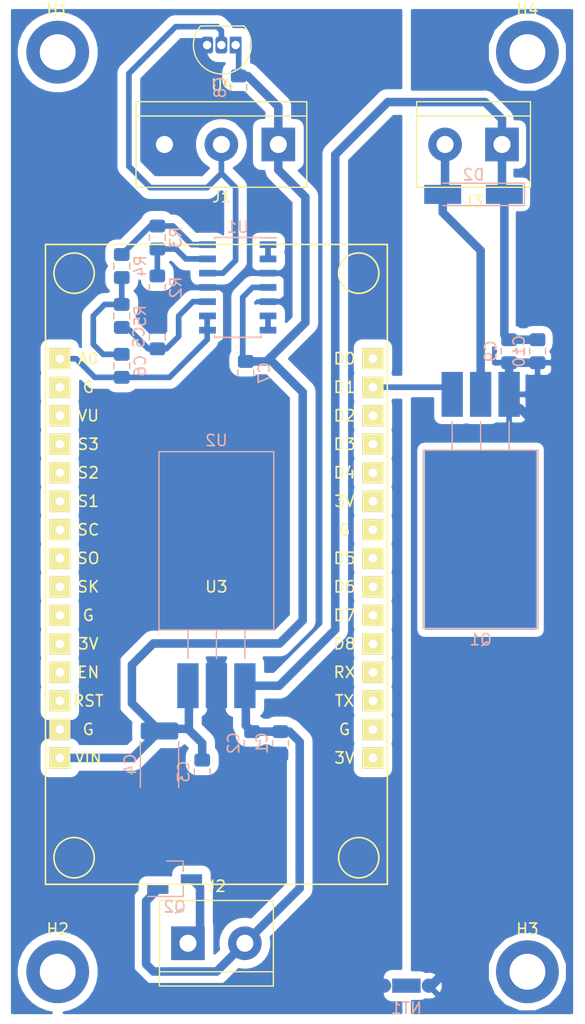
<source format=kicad_pcb>
(kicad_pcb (version 20171130) (host pcbnew "(5.0.1)-4")

  (general
    (thickness 1.6)
    (drawings 0)
    (tracks 194)
    (zones 0)
    (modules 29)
    (nets 42)
  )

  (page A4)
  (layers
    (0 F.Cu signal)
    (31 B.Cu signal)
    (32 B.Adhes user)
    (33 F.Adhes user)
    (34 B.Paste user)
    (35 F.Paste user)
    (36 B.SilkS user)
    (37 F.SilkS user)
    (38 B.Mask user)
    (39 F.Mask user)
    (40 Dwgs.User user)
    (41 Cmts.User user)
    (42 Eco1.User user)
    (43 Eco2.User user)
    (44 Edge.Cuts user)
    (45 Margin user)
    (46 B.CrtYd user)
    (47 F.CrtYd user)
    (48 B.Fab user)
    (49 F.Fab user)
  )

  (setup
    (last_trace_width 0.508)
    (user_trace_width 0.508)
    (user_trace_width 0.635)
    (user_trace_width 0.762)
    (trace_clearance 0.635)
    (zone_clearance 0.508)
    (zone_45_only no)
    (trace_min 0.2)
    (segment_width 0.2)
    (edge_width 0.15)
    (via_size 1.5)
    (via_drill 0.7)
    (via_min_size 1.5)
    (via_min_drill 0.7)
    (uvia_size 0.3)
    (uvia_drill 0.1)
    (uvias_allowed no)
    (uvia_min_size 0.2)
    (uvia_min_drill 0.1)
    (pcb_text_width 0.3)
    (pcb_text_size 1.5 1.5)
    (mod_edge_width 0.15)
    (mod_text_size 1 1)
    (mod_text_width 0.15)
    (pad_size 10 16)
    (pad_drill 0)
    (pad_to_mask_clearance 0.051)
    (solder_mask_min_width 0.25)
    (aux_axis_origin 0 0)
    (visible_elements FFFFFF7F)
    (pcbplotparams
      (layerselection 0x010fc_ffffffff)
      (usegerberextensions false)
      (usegerberattributes false)
      (usegerberadvancedattributes false)
      (creategerberjobfile false)
      (excludeedgelayer true)
      (linewidth 0.100000)
      (plotframeref false)
      (viasonmask false)
      (mode 1)
      (useauxorigin false)
      (hpglpennumber 1)
      (hpglpenspeed 20)
      (hpglpendiameter 15.000000)
      (psnegative false)
      (psa4output false)
      (plotreference true)
      (plotvalue true)
      (plotinvisibletext false)
      (padsonsilk false)
      (subtractmaskfromsilk false)
      (outputformat 1)
      (mirror false)
      (drillshape 1)
      (scaleselection 1)
      (outputdirectory ""))
  )

  (net 0 "")
  (net 1 +5V)
  (net 2 /Sinais/SignalIn)
  (net 3 GND)
  (net 4 "Net-(D2-Pad2)")
  (net 5 VCC)
  (net 6 /Fonte/Vin-)
  (net 7 "Net-(C5-Pad2)")
  (net 8 "Net-(C6-Pad2)")
  (net 9 "Net-(R3-Pad2)")
  (net 10 "Net-(R2-Pad2)")
  (net 11 /Sinais/SignalOut)
  (net 12 /PWM)
  (net 13 "Net-(U3-Pad2)")
  (net 14 "Net-(U3-Pad3)")
  (net 15 "Net-(U3-Pad4)")
  (net 16 "Net-(U3-Pad5)")
  (net 17 "Net-(U3-Pad6)")
  (net 18 "Net-(U3-Pad7)")
  (net 19 "Net-(U3-Pad8)")
  (net 20 "Net-(U3-Pad9)")
  (net 21 "Net-(U3-Pad10)")
  (net 22 "Net-(U3-Pad11)")
  (net 23 "Net-(U3-Pad12)")
  (net 24 "Net-(U3-Pad13)")
  (net 25 "Net-(U3-Pad16)")
  (net 26 "Net-(U3-Pad17)")
  (net 27 "Net-(U3-Pad18)")
  (net 28 "Net-(U3-Pad19)")
  (net 29 "Net-(U3-Pad20)")
  (net 30 "Net-(U3-Pad21)")
  (net 31 "Net-(U3-Pad22)")
  (net 32 "Net-(U3-Pad23)")
  (net 33 "Net-(U3-Pad24)")
  (net 34 "Net-(U3-Pad25)")
  (net 35 "Net-(U3-Pad26)")
  (net 36 "Net-(U3-Pad27)")
  (net 37 "Net-(U3-Pad28)")
  (net 38 "Net-(U3-Pad30)")
  (net 39 "Net-(U1-Pad1)")
  (net 40 "Net-(U1-Pad6)")
  (net 41 GNDA)

  (net_class Default "This is the default net class."
    (clearance 0.635)
    (trace_width 0.762)
    (via_dia 1.5)
    (via_drill 0.7)
    (uvia_dia 0.3)
    (uvia_drill 0.1)
    (add_net +5V)
    (add_net /Fonte/Vin-)
    (add_net /PWM)
    (add_net /Sinais/SignalIn)
    (add_net /Sinais/SignalOut)
    (add_net GND)
    (add_net GNDA)
    (add_net "Net-(C5-Pad2)")
    (add_net "Net-(C6-Pad2)")
    (add_net "Net-(D2-Pad2)")
    (add_net "Net-(R2-Pad2)")
    (add_net "Net-(R3-Pad2)")
    (add_net "Net-(U1-Pad1)")
    (add_net "Net-(U1-Pad6)")
    (add_net "Net-(U3-Pad10)")
    (add_net "Net-(U3-Pad11)")
    (add_net "Net-(U3-Pad12)")
    (add_net "Net-(U3-Pad13)")
    (add_net "Net-(U3-Pad16)")
    (add_net "Net-(U3-Pad17)")
    (add_net "Net-(U3-Pad18)")
    (add_net "Net-(U3-Pad19)")
    (add_net "Net-(U3-Pad2)")
    (add_net "Net-(U3-Pad20)")
    (add_net "Net-(U3-Pad21)")
    (add_net "Net-(U3-Pad22)")
    (add_net "Net-(U3-Pad23)")
    (add_net "Net-(U3-Pad24)")
    (add_net "Net-(U3-Pad25)")
    (add_net "Net-(U3-Pad26)")
    (add_net "Net-(U3-Pad27)")
    (add_net "Net-(U3-Pad28)")
    (add_net "Net-(U3-Pad3)")
    (add_net "Net-(U3-Pad30)")
    (add_net "Net-(U3-Pad4)")
    (add_net "Net-(U3-Pad5)")
    (add_net "Net-(U3-Pad6)")
    (add_net "Net-(U3-Pad7)")
    (add_net "Net-(U3-Pad8)")
    (add_net "Net-(U3-Pad9)")
    (add_net VCC)
  )

  (module MountingHole:MountingHole_3.2mm_M3_DIN965_Pad (layer F.Cu) (tedit 56D1B4CB) (tstamp 5C2C096F)
    (at 97.155 114.3)
    (descr "Mounting Hole 3.2mm, M3, DIN965")
    (tags "mounting hole 3.2mm m3 din965")
    (path /5C2B1C5F)
    (attr virtual)
    (fp_text reference H2 (at 0 -3.8) (layer F.SilkS)
      (effects (font (size 1 1) (thickness 0.15)))
    )
    (fp_text value MountingHole (at 0 3.8) (layer F.Fab)
      (effects (font (size 1 1) (thickness 0.15)))
    )
    (fp_circle (center 0 0) (end 3.05 0) (layer F.CrtYd) (width 0.05))
    (fp_circle (center 0 0) (end 2.8 0) (layer Cmts.User) (width 0.15))
    (fp_text user %R (at 0.3 0) (layer F.Fab)
      (effects (font (size 1 1) (thickness 0.15)))
    )
    (pad 1 thru_hole circle (at 0 0) (size 5.6 5.6) (drill 3.2) (layers *.Cu *.Mask))
  )

  (module MountingHole:MountingHole_3.2mm_M3_DIN965_Pad (layer F.Cu) (tedit 56D1B4CB) (tstamp 5C2C0967)
    (at 97.155 32.385)
    (descr "Mounting Hole 3.2mm, M3, DIN965")
    (tags "mounting hole 3.2mm m3 din965")
    (path /5C2B1BD6)
    (attr virtual)
    (fp_text reference H1 (at 0 -3.8) (layer F.SilkS)
      (effects (font (size 1 1) (thickness 0.15)))
    )
    (fp_text value MountingHole (at 0 3.8) (layer F.Fab)
      (effects (font (size 1 1) (thickness 0.15)))
    )
    (fp_text user %R (at 0.3 0) (layer F.Fab)
      (effects (font (size 1 1) (thickness 0.15)))
    )
    (fp_circle (center 0 0) (end 2.8 0) (layer Cmts.User) (width 0.15))
    (fp_circle (center 0 0) (end 3.05 0) (layer F.CrtYd) (width 0.05))
    (pad 1 thru_hole circle (at 0 0) (size 5.6 5.6) (drill 3.2) (layers *.Cu *.Mask))
  )

  (module MountingHole:MountingHole_3.2mm_M3_DIN965_Pad (layer F.Cu) (tedit 56D1B4CB) (tstamp 5C2C095F)
    (at 139.065 114.3)
    (descr "Mounting Hole 3.2mm, M3, DIN965")
    (tags "mounting hole 3.2mm m3 din965")
    (path /5C2B1C8D)
    (attr virtual)
    (fp_text reference H3 (at 0 -3.8) (layer F.SilkS)
      (effects (font (size 1 1) (thickness 0.15)))
    )
    (fp_text value MountingHole (at 0 3.8) (layer F.Fab)
      (effects (font (size 1 1) (thickness 0.15)))
    )
    (fp_circle (center 0 0) (end 3.05 0) (layer F.CrtYd) (width 0.05))
    (fp_circle (center 0 0) (end 2.8 0) (layer Cmts.User) (width 0.15))
    (fp_text user %R (at 0.3 0) (layer F.Fab)
      (effects (font (size 1 1) (thickness 0.15)))
    )
    (pad 1 thru_hole circle (at 0 0) (size 5.6 5.6) (drill 3.2) (layers *.Cu *.Mask))
  )

  (module MountingHole:MountingHole_3.2mm_M3_DIN965_Pad (layer F.Cu) (tedit 56D1B4CB) (tstamp 5C2C0957)
    (at 139.065 32.385)
    (descr "Mounting Hole 3.2mm, M3, DIN965")
    (tags "mounting hole 3.2mm m3 din965")
    (path /5C2B1CBD)
    (attr virtual)
    (fp_text reference H4 (at 0 -3.8) (layer F.SilkS)
      (effects (font (size 1 1) (thickness 0.15)))
    )
    (fp_text value MountingHole (at 0 3.8) (layer F.Fab)
      (effects (font (size 1 1) (thickness 0.15)))
    )
    (fp_text user %R (at 0.3 0) (layer F.Fab)
      (effects (font (size 1 1) (thickness 0.15)))
    )
    (fp_circle (center 0 0) (end 2.8 0) (layer Cmts.User) (width 0.15))
    (fp_circle (center 0 0) (end 3.05 0) (layer F.CrtYd) (width 0.05))
    (pad 1 thru_hole circle (at 0 0) (size 5.6 5.6) (drill 3.2) (layers *.Cu *.Mask))
  )

  (module KicadZeniteSolarLibrary18:NetTie-2_SMD_Pad_50mil (layer B.Cu) (tedit 5C2A752E) (tstamp 5C2BDE46)
    (at 128.27 115.537787)
    (descr "Net tie, 2 pin, 2.0mm square SMD pads")
    (tags "net tie")
    (path /5C23CB98/5C24FFE7)
    (attr virtual)
    (fp_text reference NT1 (at 0 2) (layer B.SilkS)
      (effects (font (size 1 1) (thickness 0.15)) (justify mirror))
    )
    (fp_text value Net-Tie_2 (at 0 -2) (layer B.Fab)
      (effects (font (size 1 1) (thickness 0.15)) (justify mirror))
    )
    (fp_poly (pts (xy -1.27 0.635) (xy 1.27 0.635) (xy 1.27 -0.635) (xy -1.27 -0.635)) (layer B.Cu) (width 0))
    (fp_line (start -3.25 -1.25) (end -3.25 1.25) (layer B.CrtYd) (width 0.05))
    (fp_line (start 3.25 -1.25) (end -3.25 -1.25) (layer B.CrtYd) (width 0.05))
    (fp_line (start 3.25 1.25) (end 3.25 -1.25) (layer B.CrtYd) (width 0.05))
    (fp_line (start -3.25 1.25) (end 3.25 1.25) (layer B.CrtYd) (width 0.05))
    (pad 1 smd circle (at -2 0) (size 1.27 1.27) (layers B.Cu)
      (net 41 GNDA))
    (pad 2 smd circle (at 2 0) (size 1.27 1.27) (layers B.Cu)
      (net 3 GND))
  )

  (module Capacitor_SMD:C_0805_2012Metric_Pad1.15x1.40mm_HandSolder (layer B.Cu) (tedit 5B36C52B) (tstamp 5C2AE5FD)
    (at 117.033831 93.933419 270)
    (descr "Capacitor SMD 0805 (2012 Metric), square (rectangular) end terminal, IPC_7351 nominal with elongated pad for handsoldering. (Body size source: https://docs.google.com/spreadsheets/d/1BsfQQcO9C6DZCsRaXUlFlo91Tg2WpOkGARC1WS5S8t0/edit?usp=sharing), generated with kicad-footprint-generator")
    (tags "capacitor handsolder")
    (path /5C23CB98/5C23CD24)
    (attr smd)
    (fp_text reference C1 (at 0 1.65 270) (layer B.SilkS)
      (effects (font (size 1 1) (thickness 0.15)) (justify mirror))
    )
    (fp_text value 1u (at 0 -1.65 270) (layer B.Fab)
      (effects (font (size 1 1) (thickness 0.15)) (justify mirror))
    )
    (fp_line (start -1 -0.6) (end -1 0.6) (layer B.Fab) (width 0.1))
    (fp_line (start -1 0.6) (end 1 0.6) (layer B.Fab) (width 0.1))
    (fp_line (start 1 0.6) (end 1 -0.6) (layer B.Fab) (width 0.1))
    (fp_line (start 1 -0.6) (end -1 -0.6) (layer B.Fab) (width 0.1))
    (fp_line (start -0.261252 0.71) (end 0.261252 0.71) (layer B.SilkS) (width 0.12))
    (fp_line (start -0.261252 -0.71) (end 0.261252 -0.71) (layer B.SilkS) (width 0.12))
    (fp_line (start -1.85 -0.95) (end -1.85 0.95) (layer B.CrtYd) (width 0.05))
    (fp_line (start -1.85 0.95) (end 1.85 0.95) (layer B.CrtYd) (width 0.05))
    (fp_line (start 1.85 0.95) (end 1.85 -0.95) (layer B.CrtYd) (width 0.05))
    (fp_line (start 1.85 -0.95) (end -1.85 -0.95) (layer B.CrtYd) (width 0.05))
    (fp_text user %R (at 0 0 270) (layer B.Fab)
      (effects (font (size 0.5 0.5) (thickness 0.08)) (justify mirror))
    )
    (pad 1 smd roundrect (at -1.025 0 270) (size 1.15 1.4) (layers B.Cu B.Paste B.Mask) (roundrect_rratio 0.217391)
      (net 5 VCC))
    (pad 2 smd roundrect (at 1.025 0 270) (size 1.15 1.4) (layers B.Cu B.Paste B.Mask) (roundrect_rratio 0.217391)
      (net 41 GNDA))
    (model ${KISYS3DMOD}/Capacitor_SMD.3dshapes/C_0805_2012Metric.wrl
      (at (xyz 0 0 0))
      (scale (xyz 1 1 1))
      (rotate (xyz 0 0 0))
    )
  )

  (module Capacitor_SMD:C_0805_2012Metric_Pad1.15x1.40mm_HandSolder (layer B.Cu) (tedit 5B36C52B) (tstamp 5C2AC2E1)
    (at 139.972056 59.022787 270)
    (descr "Capacitor SMD 0805 (2012 Metric), square (rectangular) end terminal, IPC_7351 nominal with elongated pad for handsoldering. (Body size source: https://docs.google.com/spreadsheets/d/1BsfQQcO9C6DZCsRaXUlFlo91Tg2WpOkGARC1WS5S8t0/edit?usp=sharing), generated with kicad-footprint-generator")
    (tags "capacitor handsolder")
    (path /5C288EC7)
    (attr smd)
    (fp_text reference C10 (at 0 1.65 270) (layer B.SilkS)
      (effects (font (size 1 1) (thickness 0.15)) (justify mirror))
    )
    (fp_text value 1u (at 0 -1.65 270) (layer B.Fab)
      (effects (font (size 1 1) (thickness 0.15)) (justify mirror))
    )
    (fp_text user %R (at 0 0 270) (layer B.Fab)
      (effects (font (size 0.5 0.5) (thickness 0.08)) (justify mirror))
    )
    (fp_line (start 1.85 -0.95) (end -1.85 -0.95) (layer B.CrtYd) (width 0.05))
    (fp_line (start 1.85 0.95) (end 1.85 -0.95) (layer B.CrtYd) (width 0.05))
    (fp_line (start -1.85 0.95) (end 1.85 0.95) (layer B.CrtYd) (width 0.05))
    (fp_line (start -1.85 -0.95) (end -1.85 0.95) (layer B.CrtYd) (width 0.05))
    (fp_line (start -0.261252 -0.71) (end 0.261252 -0.71) (layer B.SilkS) (width 0.12))
    (fp_line (start -0.261252 0.71) (end 0.261252 0.71) (layer B.SilkS) (width 0.12))
    (fp_line (start 1 -0.6) (end -1 -0.6) (layer B.Fab) (width 0.1))
    (fp_line (start 1 0.6) (end 1 -0.6) (layer B.Fab) (width 0.1))
    (fp_line (start -1 0.6) (end 1 0.6) (layer B.Fab) (width 0.1))
    (fp_line (start -1 -0.6) (end -1 0.6) (layer B.Fab) (width 0.1))
    (pad 2 smd roundrect (at 1.025 0 270) (size 1.15 1.4) (layers B.Cu B.Paste B.Mask) (roundrect_rratio 0.217391)
      (net 3 GND))
    (pad 1 smd roundrect (at -1.025 0 270) (size 1.15 1.4) (layers B.Cu B.Paste B.Mask) (roundrect_rratio 0.217391)
      (net 5 VCC))
    (model ${KISYS3DMOD}/Capacitor_SMD.3dshapes/C_0805_2012Metric.wrl
      (at (xyz 0 0 0))
      (scale (xyz 1 1 1))
      (rotate (xyz 0 0 0))
    )
  )

  (module Capacitor_SMD:C_0805_2012Metric_Pad1.15x1.40mm_HandSolder (layer B.Cu) (tedit 5B36C52B) (tstamp 5C2AC2D0)
    (at 137.432056 59.022787 270)
    (descr "Capacitor SMD 0805 (2012 Metric), square (rectangular) end terminal, IPC_7351 nominal with elongated pad for handsoldering. (Body size source: https://docs.google.com/spreadsheets/d/1BsfQQcO9C6DZCsRaXUlFlo91Tg2WpOkGARC1WS5S8t0/edit?usp=sharing), generated with kicad-footprint-generator")
    (tags "capacitor handsolder")
    (path /5C2803E8)
    (attr smd)
    (fp_text reference C9 (at 0 1.65 270) (layer B.SilkS)
      (effects (font (size 1 1) (thickness 0.15)) (justify mirror))
    )
    (fp_text value 1u (at 0 -1.65 270) (layer B.Fab)
      (effects (font (size 1 1) (thickness 0.15)) (justify mirror))
    )
    (fp_line (start -1 -0.6) (end -1 0.6) (layer B.Fab) (width 0.1))
    (fp_line (start -1 0.6) (end 1 0.6) (layer B.Fab) (width 0.1))
    (fp_line (start 1 0.6) (end 1 -0.6) (layer B.Fab) (width 0.1))
    (fp_line (start 1 -0.6) (end -1 -0.6) (layer B.Fab) (width 0.1))
    (fp_line (start -0.261252 0.71) (end 0.261252 0.71) (layer B.SilkS) (width 0.12))
    (fp_line (start -0.261252 -0.71) (end 0.261252 -0.71) (layer B.SilkS) (width 0.12))
    (fp_line (start -1.85 -0.95) (end -1.85 0.95) (layer B.CrtYd) (width 0.05))
    (fp_line (start -1.85 0.95) (end 1.85 0.95) (layer B.CrtYd) (width 0.05))
    (fp_line (start 1.85 0.95) (end 1.85 -0.95) (layer B.CrtYd) (width 0.05))
    (fp_line (start 1.85 -0.95) (end -1.85 -0.95) (layer B.CrtYd) (width 0.05))
    (fp_text user %R (at 0 0 270) (layer B.Fab)
      (effects (font (size 0.5 0.5) (thickness 0.08)) (justify mirror))
    )
    (pad 1 smd roundrect (at -1.025 0 270) (size 1.15 1.4) (layers B.Cu B.Paste B.Mask) (roundrect_rratio 0.217391)
      (net 5 VCC))
    (pad 2 smd roundrect (at 1.025 0 270) (size 1.15 1.4) (layers B.Cu B.Paste B.Mask) (roundrect_rratio 0.217391)
      (net 3 GND))
    (model ${KISYS3DMOD}/Capacitor_SMD.3dshapes/C_0805_2012Metric.wrl
      (at (xyz 0 0 0))
      (scale (xyz 1 1 1))
      (rotate (xyz 0 0 0))
    )
  )

  (module Capacitor_SMD:C_0805_2012Metric_Pad1.15x1.40mm_HandSolder (layer B.Cu) (tedit 5B36C52B) (tstamp 5C2AC2BF)
    (at 113.302056 35.527787 270)
    (descr "Capacitor SMD 0805 (2012 Metric), square (rectangular) end terminal, IPC_7351 nominal with elongated pad for handsoldering. (Body size source: https://docs.google.com/spreadsheets/d/1BsfQQcO9C6DZCsRaXUlFlo91Tg2WpOkGARC1WS5S8t0/edit?usp=sharing), generated with kicad-footprint-generator")
    (tags "capacitor handsolder")
    (path /5C259672)
    (attr smd)
    (fp_text reference C8 (at 0 1.65 270) (layer B.SilkS)
      (effects (font (size 1 1) (thickness 0.15)) (justify mirror))
    )
    (fp_text value 100n (at 0 -1.65 270) (layer B.Fab)
      (effects (font (size 1 1) (thickness 0.15)) (justify mirror))
    )
    (fp_text user %R (at 0 0 270) (layer B.Fab)
      (effects (font (size 0.5 0.5) (thickness 0.08)) (justify mirror))
    )
    (fp_line (start 1.85 -0.95) (end -1.85 -0.95) (layer B.CrtYd) (width 0.05))
    (fp_line (start 1.85 0.95) (end 1.85 -0.95) (layer B.CrtYd) (width 0.05))
    (fp_line (start -1.85 0.95) (end 1.85 0.95) (layer B.CrtYd) (width 0.05))
    (fp_line (start -1.85 -0.95) (end -1.85 0.95) (layer B.CrtYd) (width 0.05))
    (fp_line (start -0.261252 -0.71) (end 0.261252 -0.71) (layer B.SilkS) (width 0.12))
    (fp_line (start -0.261252 0.71) (end 0.261252 0.71) (layer B.SilkS) (width 0.12))
    (fp_line (start 1 -0.6) (end -1 -0.6) (layer B.Fab) (width 0.1))
    (fp_line (start 1 0.6) (end 1 -0.6) (layer B.Fab) (width 0.1))
    (fp_line (start -1 0.6) (end 1 0.6) (layer B.Fab) (width 0.1))
    (fp_line (start -1 -0.6) (end -1 0.6) (layer B.Fab) (width 0.1))
    (pad 2 smd roundrect (at 1.025 0 270) (size 1.15 1.4) (layers B.Cu B.Paste B.Mask) (roundrect_rratio 0.217391)
      (net 41 GNDA))
    (pad 1 smd roundrect (at -1.025 0 270) (size 1.15 1.4) (layers B.Cu B.Paste B.Mask) (roundrect_rratio 0.217391)
      (net 1 +5V))
    (model ${KISYS3DMOD}/Capacitor_SMD.3dshapes/C_0805_2012Metric.wrl
      (at (xyz 0 0 0))
      (scale (xyz 1 1 1))
      (rotate (xyz 0 0 0))
    )
  )

  (module Capacitor_SMD:C_0805_2012Metric_Pad1.15x1.40mm_HandSolder (layer B.Cu) (tedit 5B36C52B) (tstamp 5C2AC2AE)
    (at 113.937056 60.96 90)
    (descr "Capacitor SMD 0805 (2012 Metric), square (rectangular) end terminal, IPC_7351 nominal with elongated pad for handsoldering. (Body size source: https://docs.google.com/spreadsheets/d/1BsfQQcO9C6DZCsRaXUlFlo91Tg2WpOkGARC1WS5S8t0/edit?usp=sharing), generated with kicad-footprint-generator")
    (tags "capacitor handsolder")
    (path /5C251837/5C25775D)
    (attr smd)
    (fp_text reference C7 (at 0 1.65 90) (layer B.SilkS)
      (effects (font (size 1 1) (thickness 0.15)) (justify mirror))
    )
    (fp_text value 100n (at 0 -1.65 90) (layer B.Fab)
      (effects (font (size 1 1) (thickness 0.15)) (justify mirror))
    )
    (fp_line (start -1 -0.6) (end -1 0.6) (layer B.Fab) (width 0.1))
    (fp_line (start -1 0.6) (end 1 0.6) (layer B.Fab) (width 0.1))
    (fp_line (start 1 0.6) (end 1 -0.6) (layer B.Fab) (width 0.1))
    (fp_line (start 1 -0.6) (end -1 -0.6) (layer B.Fab) (width 0.1))
    (fp_line (start -0.261252 0.71) (end 0.261252 0.71) (layer B.SilkS) (width 0.12))
    (fp_line (start -0.261252 -0.71) (end 0.261252 -0.71) (layer B.SilkS) (width 0.12))
    (fp_line (start -1.85 -0.95) (end -1.85 0.95) (layer B.CrtYd) (width 0.05))
    (fp_line (start -1.85 0.95) (end 1.85 0.95) (layer B.CrtYd) (width 0.05))
    (fp_line (start 1.85 0.95) (end 1.85 -0.95) (layer B.CrtYd) (width 0.05))
    (fp_line (start 1.85 -0.95) (end -1.85 -0.95) (layer B.CrtYd) (width 0.05))
    (fp_text user %R (at 0 0 90) (layer B.Fab)
      (effects (font (size 0.5 0.5) (thickness 0.08)) (justify mirror))
    )
    (pad 1 smd roundrect (at -1.025 0 90) (size 1.15 1.4) (layers B.Cu B.Paste B.Mask) (roundrect_rratio 0.217391)
      (net 41 GNDA))
    (pad 2 smd roundrect (at 1.025 0 90) (size 1.15 1.4) (layers B.Cu B.Paste B.Mask) (roundrect_rratio 0.217391)
      (net 1 +5V))
    (model ${KISYS3DMOD}/Capacitor_SMD.3dshapes/C_0805_2012Metric.wrl
      (at (xyz 0 0 0))
      (scale (xyz 1 1 1))
      (rotate (xyz 0 0 0))
    )
  )

  (module Capacitor_SMD:C_0805_2012Metric_Pad1.15x1.40mm_HandSolder (layer B.Cu) (tedit 5B36C52B) (tstamp 5C2AC29D)
    (at 114.493831 93.933419 270)
    (descr "Capacitor SMD 0805 (2012 Metric), square (rectangular) end terminal, IPC_7351 nominal with elongated pad for handsoldering. (Body size source: https://docs.google.com/spreadsheets/d/1BsfQQcO9C6DZCsRaXUlFlo91Tg2WpOkGARC1WS5S8t0/edit?usp=sharing), generated with kicad-footprint-generator")
    (tags "capacitor handsolder")
    (path /5C23CB98/5C23CCA2)
    (attr smd)
    (fp_text reference C2 (at 0 1.65 270) (layer B.SilkS)
      (effects (font (size 1 1) (thickness 0.15)) (justify mirror))
    )
    (fp_text value 100n (at 0 -1.65 270) (layer B.Fab)
      (effects (font (size 1 1) (thickness 0.15)) (justify mirror))
    )
    (fp_text user %R (at 0 0 270) (layer B.Fab)
      (effects (font (size 0.5 0.5) (thickness 0.08)) (justify mirror))
    )
    (fp_line (start 1.85 -0.95) (end -1.85 -0.95) (layer B.CrtYd) (width 0.05))
    (fp_line (start 1.85 0.95) (end 1.85 -0.95) (layer B.CrtYd) (width 0.05))
    (fp_line (start -1.85 0.95) (end 1.85 0.95) (layer B.CrtYd) (width 0.05))
    (fp_line (start -1.85 -0.95) (end -1.85 0.95) (layer B.CrtYd) (width 0.05))
    (fp_line (start -0.261252 -0.71) (end 0.261252 -0.71) (layer B.SilkS) (width 0.12))
    (fp_line (start -0.261252 0.71) (end 0.261252 0.71) (layer B.SilkS) (width 0.12))
    (fp_line (start 1 -0.6) (end -1 -0.6) (layer B.Fab) (width 0.1))
    (fp_line (start 1 0.6) (end 1 -0.6) (layer B.Fab) (width 0.1))
    (fp_line (start -1 0.6) (end 1 0.6) (layer B.Fab) (width 0.1))
    (fp_line (start -1 -0.6) (end -1 0.6) (layer B.Fab) (width 0.1))
    (pad 2 smd roundrect (at 1.025 0 270) (size 1.15 1.4) (layers B.Cu B.Paste B.Mask) (roundrect_rratio 0.217391)
      (net 41 GNDA))
    (pad 1 smd roundrect (at -1.025 0 270) (size 1.15 1.4) (layers B.Cu B.Paste B.Mask) (roundrect_rratio 0.217391)
      (net 5 VCC))
    (model ${KISYS3DMOD}/Capacitor_SMD.3dshapes/C_0805_2012Metric.wrl
      (at (xyz 0 0 0))
      (scale (xyz 1 1 1))
      (rotate (xyz 0 0 0))
    )
  )

  (module Capacitor_SMD:C_0805_2012Metric_Pad1.15x1.40mm_HandSolder (layer B.Cu) (tedit 5B36C52B) (tstamp 5C2AC28C)
    (at 110.048831 96.473419 270)
    (descr "Capacitor SMD 0805 (2012 Metric), square (rectangular) end terminal, IPC_7351 nominal with elongated pad for handsoldering. (Body size source: https://docs.google.com/spreadsheets/d/1BsfQQcO9C6DZCsRaXUlFlo91Tg2WpOkGARC1WS5S8t0/edit?usp=sharing), generated with kicad-footprint-generator")
    (tags "capacitor handsolder")
    (path /5C23CB98/5C23CCD2)
    (attr smd)
    (fp_text reference C3 (at 0 1.65 270) (layer B.SilkS)
      (effects (font (size 1 1) (thickness 0.15)) (justify mirror))
    )
    (fp_text value 100n (at 0 -1.65 270) (layer B.Fab)
      (effects (font (size 1 1) (thickness 0.15)) (justify mirror))
    )
    (fp_line (start -1 -0.6) (end -1 0.6) (layer B.Fab) (width 0.1))
    (fp_line (start -1 0.6) (end 1 0.6) (layer B.Fab) (width 0.1))
    (fp_line (start 1 0.6) (end 1 -0.6) (layer B.Fab) (width 0.1))
    (fp_line (start 1 -0.6) (end -1 -0.6) (layer B.Fab) (width 0.1))
    (fp_line (start -0.261252 0.71) (end 0.261252 0.71) (layer B.SilkS) (width 0.12))
    (fp_line (start -0.261252 -0.71) (end 0.261252 -0.71) (layer B.SilkS) (width 0.12))
    (fp_line (start -1.85 -0.95) (end -1.85 0.95) (layer B.CrtYd) (width 0.05))
    (fp_line (start -1.85 0.95) (end 1.85 0.95) (layer B.CrtYd) (width 0.05))
    (fp_line (start 1.85 0.95) (end 1.85 -0.95) (layer B.CrtYd) (width 0.05))
    (fp_line (start 1.85 -0.95) (end -1.85 -0.95) (layer B.CrtYd) (width 0.05))
    (fp_text user %R (at 0 0 270) (layer B.Fab)
      (effects (font (size 0.5 0.5) (thickness 0.08)) (justify mirror))
    )
    (pad 1 smd roundrect (at -1.025 0 270) (size 1.15 1.4) (layers B.Cu B.Paste B.Mask) (roundrect_rratio 0.217391)
      (net 1 +5V))
    (pad 2 smd roundrect (at 1.025 0 270) (size 1.15 1.4) (layers B.Cu B.Paste B.Mask) (roundrect_rratio 0.217391)
      (net 41 GNDA))
    (model ${KISYS3DMOD}/Capacitor_SMD.3dshapes/C_0805_2012Metric.wrl
      (at (xyz 0 0 0))
      (scale (xyz 1 1 1))
      (rotate (xyz 0 0 0))
    )
  )

  (module Capacitor_SMD:C_0805_2012Metric_Pad1.15x1.40mm_HandSolder (layer B.Cu) (tedit 5B36C52B) (tstamp 5C2AC27B)
    (at 102.87 60.325 90)
    (descr "Capacitor SMD 0805 (2012 Metric), square (rectangular) end terminal, IPC_7351 nominal with elongated pad for handsoldering. (Body size source: https://docs.google.com/spreadsheets/d/1BsfQQcO9C6DZCsRaXUlFlo91Tg2WpOkGARC1WS5S8t0/edit?usp=sharing), generated with kicad-footprint-generator")
    (tags "capacitor handsolder")
    (path /5C251837/5C256385)
    (attr smd)
    (fp_text reference C6 (at 0 1.65 90) (layer B.SilkS)
      (effects (font (size 1 1) (thickness 0.15)) (justify mirror))
    )
    (fp_text value 10n (at 0 -1.65 90) (layer B.Fab)
      (effects (font (size 1 1) (thickness 0.15)) (justify mirror))
    )
    (fp_text user %R (at 0 0 90) (layer B.Fab)
      (effects (font (size 0.5 0.5) (thickness 0.08)) (justify mirror))
    )
    (fp_line (start 1.85 -0.95) (end -1.85 -0.95) (layer B.CrtYd) (width 0.05))
    (fp_line (start 1.85 0.95) (end 1.85 -0.95) (layer B.CrtYd) (width 0.05))
    (fp_line (start -1.85 0.95) (end 1.85 0.95) (layer B.CrtYd) (width 0.05))
    (fp_line (start -1.85 -0.95) (end -1.85 0.95) (layer B.CrtYd) (width 0.05))
    (fp_line (start -0.261252 -0.71) (end 0.261252 -0.71) (layer B.SilkS) (width 0.12))
    (fp_line (start -0.261252 0.71) (end 0.261252 0.71) (layer B.SilkS) (width 0.12))
    (fp_line (start 1 -0.6) (end -1 -0.6) (layer B.Fab) (width 0.1))
    (fp_line (start 1 0.6) (end 1 -0.6) (layer B.Fab) (width 0.1))
    (fp_line (start -1 0.6) (end 1 0.6) (layer B.Fab) (width 0.1))
    (fp_line (start -1 -0.6) (end -1 0.6) (layer B.Fab) (width 0.1))
    (pad 2 smd roundrect (at 1.025 0 90) (size 1.15 1.4) (layers B.Cu B.Paste B.Mask) (roundrect_rratio 0.217391)
      (net 8 "Net-(C6-Pad2)"))
    (pad 1 smd roundrect (at -1.025 0 90) (size 1.15 1.4) (layers B.Cu B.Paste B.Mask) (roundrect_rratio 0.217391)
      (net 11 /Sinais/SignalOut))
    (model ${KISYS3DMOD}/Capacitor_SMD.3dshapes/C_0805_2012Metric.wrl
      (at (xyz 0 0 0))
      (scale (xyz 1 1 1))
      (rotate (xyz 0 0 0))
    )
  )

  (module Capacitor_SMD:C_0805_2012Metric_Pad1.15x1.40mm_HandSolder (layer B.Cu) (tedit 5B36C52B) (tstamp 5C2AC26A)
    (at 106.045 57.785 270)
    (descr "Capacitor SMD 0805 (2012 Metric), square (rectangular) end terminal, IPC_7351 nominal with elongated pad for handsoldering. (Body size source: https://docs.google.com/spreadsheets/d/1BsfQQcO9C6DZCsRaXUlFlo91Tg2WpOkGARC1WS5S8t0/edit?usp=sharing), generated with kicad-footprint-generator")
    (tags "capacitor handsolder")
    (path /5C251837/5C2563D9)
    (attr smd)
    (fp_text reference C5 (at 0 1.65 270) (layer B.SilkS)
      (effects (font (size 1 1) (thickness 0.15)) (justify mirror))
    )
    (fp_text value 10n (at 0 -1.65 270) (layer B.Fab)
      (effects (font (size 1 1) (thickness 0.15)) (justify mirror))
    )
    (fp_line (start -1 -0.6) (end -1 0.6) (layer B.Fab) (width 0.1))
    (fp_line (start -1 0.6) (end 1 0.6) (layer B.Fab) (width 0.1))
    (fp_line (start 1 0.6) (end 1 -0.6) (layer B.Fab) (width 0.1))
    (fp_line (start 1 -0.6) (end -1 -0.6) (layer B.Fab) (width 0.1))
    (fp_line (start -0.261252 0.71) (end 0.261252 0.71) (layer B.SilkS) (width 0.12))
    (fp_line (start -0.261252 -0.71) (end 0.261252 -0.71) (layer B.SilkS) (width 0.12))
    (fp_line (start -1.85 -0.95) (end -1.85 0.95) (layer B.CrtYd) (width 0.05))
    (fp_line (start -1.85 0.95) (end 1.85 0.95) (layer B.CrtYd) (width 0.05))
    (fp_line (start 1.85 0.95) (end 1.85 -0.95) (layer B.CrtYd) (width 0.05))
    (fp_line (start 1.85 -0.95) (end -1.85 -0.95) (layer B.CrtYd) (width 0.05))
    (fp_text user %R (at 0 0 270) (layer B.Fab)
      (effects (font (size 0.5 0.5) (thickness 0.08)) (justify mirror))
    )
    (pad 1 smd roundrect (at -1.025 0 270) (size 1.15 1.4) (layers B.Cu B.Paste B.Mask) (roundrect_rratio 0.217391)
      (net 41 GNDA))
    (pad 2 smd roundrect (at 1.025 0 270) (size 1.15 1.4) (layers B.Cu B.Paste B.Mask) (roundrect_rratio 0.217391)
      (net 7 "Net-(C5-Pad2)"))
    (model ${KISYS3DMOD}/Capacitor_SMD.3dshapes/C_0805_2012Metric.wrl
      (at (xyz 0 0 0))
      (scale (xyz 1 1 1))
      (rotate (xyz 0 0 0))
    )
  )

  (module Capacitor_SMD:C_2512_6332Metric_Pad1.52x3.35mm_HandSolder (layer B.Cu) (tedit 5B301BBE) (tstamp 5C2AC259)
    (at 106.238831 95.838419 270)
    (descr "Capacitor SMD 2512 (6332 Metric), square (rectangular) end terminal, IPC_7351 nominal with elongated pad for handsoldering. (Body size source: http://www.tortai-tech.com/upload/download/2011102023233369053.pdf), generated with kicad-footprint-generator")
    (tags "capacitor handsolder")
    (path /5C23CB98/5C23CCFC)
    (attr smd)
    (fp_text reference C4 (at 0 2.62 270) (layer B.SilkS)
      (effects (font (size 1 1) (thickness 0.15)) (justify mirror))
    )
    (fp_text value 10u (at 0 -2.62 270) (layer B.Fab)
      (effects (font (size 1 1) (thickness 0.15)) (justify mirror))
    )
    (fp_text user %R (at 0 0 270) (layer B.Fab)
      (effects (font (size 1 1) (thickness 0.15)) (justify mirror))
    )
    (fp_line (start 4 -1.92) (end -4 -1.92) (layer B.CrtYd) (width 0.05))
    (fp_line (start 4 1.92) (end 4 -1.92) (layer B.CrtYd) (width 0.05))
    (fp_line (start -4 1.92) (end 4 1.92) (layer B.CrtYd) (width 0.05))
    (fp_line (start -4 -1.92) (end -4 1.92) (layer B.CrtYd) (width 0.05))
    (fp_line (start -2.052064 -1.71) (end 2.052064 -1.71) (layer B.SilkS) (width 0.12))
    (fp_line (start -2.052064 1.71) (end 2.052064 1.71) (layer B.SilkS) (width 0.12))
    (fp_line (start 3.15 -1.6) (end -3.15 -1.6) (layer B.Fab) (width 0.1))
    (fp_line (start 3.15 1.6) (end 3.15 -1.6) (layer B.Fab) (width 0.1))
    (fp_line (start -3.15 1.6) (end 3.15 1.6) (layer B.Fab) (width 0.1))
    (fp_line (start -3.15 -1.6) (end -3.15 1.6) (layer B.Fab) (width 0.1))
    (pad 2 smd roundrect (at 2.9875 0 270) (size 1.525 3.35) (layers B.Cu B.Paste B.Mask) (roundrect_rratio 0.163934)
      (net 41 GNDA))
    (pad 1 smd roundrect (at -2.9875 0 270) (size 1.525 3.35) (layers B.Cu B.Paste B.Mask) (roundrect_rratio 0.163934)
      (net 1 +5V))
    (model ${KISYS3DMOD}/Capacitor_SMD.3dshapes/C_2512_6332Metric.wrl
      (at (xyz 0 0 0))
      (scale (xyz 1 1 1))
      (rotate (xyz 0 0 0))
    )
  )

  (module Diode_SMD:D_MiniMELF_Handsoldering (layer B.Cu) (tedit 5905D919) (tstamp 5C2AC237)
    (at 134.257056 45.052787 180)
    (descr "Diode Mini-MELF Handsoldering")
    (tags "Diode Mini-MELF Handsoldering")
    (path /5C27C129)
    (attr smd)
    (fp_text reference D2 (at 0 1.75 180) (layer B.SilkS)
      (effects (font (size 1 1) (thickness 0.15)) (justify mirror))
    )
    (fp_text value LL4148 (at 0 -1.75 180) (layer B.Fab)
      (effects (font (size 1 1) (thickness 0.15)) (justify mirror))
    )
    (fp_text user %R (at 0 1.75 180) (layer B.Fab)
      (effects (font (size 1 1) (thickness 0.15)) (justify mirror))
    )
    (fp_line (start 2.75 1) (end -4.55 1) (layer B.SilkS) (width 0.12))
    (fp_line (start -4.55 1) (end -4.55 -1) (layer B.SilkS) (width 0.12))
    (fp_line (start -4.55 -1) (end 2.75 -1) (layer B.SilkS) (width 0.12))
    (fp_line (start 1.65 0.8) (end 1.65 -0.8) (layer B.Fab) (width 0.1))
    (fp_line (start 1.65 -0.8) (end -1.65 -0.8) (layer B.Fab) (width 0.1))
    (fp_line (start -1.65 -0.8) (end -1.65 0.8) (layer B.Fab) (width 0.1))
    (fp_line (start -1.65 0.8) (end 1.65 0.8) (layer B.Fab) (width 0.1))
    (fp_line (start 0.25 0) (end 0.75 0) (layer B.Fab) (width 0.1))
    (fp_line (start 0.25 -0.4) (end -0.35 0) (layer B.Fab) (width 0.1))
    (fp_line (start 0.25 0.4) (end 0.25 -0.4) (layer B.Fab) (width 0.1))
    (fp_line (start -0.35 0) (end 0.25 0.4) (layer B.Fab) (width 0.1))
    (fp_line (start -0.35 0) (end -0.35 -0.55) (layer B.Fab) (width 0.1))
    (fp_line (start -0.35 0) (end -0.35 0.55) (layer B.Fab) (width 0.1))
    (fp_line (start -0.75 0) (end -0.35 0) (layer B.Fab) (width 0.1))
    (fp_line (start -4.65 1.1) (end 4.65 1.1) (layer B.CrtYd) (width 0.05))
    (fp_line (start 4.65 1.1) (end 4.65 -1.1) (layer B.CrtYd) (width 0.05))
    (fp_line (start 4.65 -1.1) (end -4.65 -1.1) (layer B.CrtYd) (width 0.05))
    (fp_line (start -4.65 -1.1) (end -4.65 1.1) (layer B.CrtYd) (width 0.05))
    (pad 1 smd rect (at -2.75 0 180) (size 3.3 1.7) (layers B.Cu B.Paste B.Mask)
      (net 5 VCC))
    (pad 2 smd rect (at 2.75 0 180) (size 3.3 1.7) (layers B.Cu B.Paste B.Mask)
      (net 4 "Net-(D2-Pad2)"))
    (model ${KISYS3DMOD}/Diode_SMD.3dshapes/D_MiniMELF.wrl
      (at (xyz 0 0 0))
      (scale (xyz 1 1 1))
      (rotate (xyz 0 0 0))
    )
  )

  (module KicadZeniteSolarLibrary18:NodeMCU-LoLinV3 (layer F.Cu) (tedit 5C2A40BD) (tstamp 5C2AC205)
    (at 111.315045 80.01)
    (path /5C28BD22)
    (fp_text reference U3 (at 0 0) (layer F.SilkS)
      (effects (font (size 1 1) (thickness 0.15)))
    )
    (fp_text value "NodeMCU1.0(ESP-12E)" (at 0 -29.21) (layer F.Fab)
      (effects (font (size 1 1) (thickness 0.15)))
    )
    (fp_text user VIN (at -11.43 15.24) (layer F.SilkS)
      (effects (font (size 1 1) (thickness 0.15)))
    )
    (fp_text user G (at -11.43 12.7) (layer F.SilkS)
      (effects (font (size 1 1) (thickness 0.15)))
    )
    (fp_text user RST (at -11.43 10.16) (layer F.SilkS)
      (effects (font (size 1 1) (thickness 0.15)))
    )
    (fp_text user EN (at -11.43 7.62) (layer F.SilkS)
      (effects (font (size 1 1) (thickness 0.15)))
    )
    (fp_text user 3V (at -11.43 5.08) (layer F.SilkS)
      (effects (font (size 1 1) (thickness 0.15)))
    )
    (fp_text user G (at -11.43 2.54) (layer F.SilkS)
      (effects (font (size 1 1) (thickness 0.15)))
    )
    (fp_text user SK (at -11.43 0) (layer F.SilkS)
      (effects (font (size 1 1) (thickness 0.15)))
    )
    (fp_text user SO (at -11.43 -2.54) (layer F.SilkS)
      (effects (font (size 1 1) (thickness 0.15)))
    )
    (fp_text user SC (at -11.43 -5.08) (layer F.SilkS)
      (effects (font (size 1 1) (thickness 0.15)))
    )
    (fp_text user S1 (at -11.43 -7.62) (layer F.SilkS)
      (effects (font (size 1 1) (thickness 0.15)))
    )
    (fp_text user S2 (at -11.43 -10.16) (layer F.SilkS)
      (effects (font (size 1 1) (thickness 0.15)))
    )
    (fp_text user S3 (at -11.43 -12.7) (layer F.SilkS)
      (effects (font (size 1 1) (thickness 0.15)))
    )
    (fp_text user VU (at -11.43 -15.24) (layer F.SilkS)
      (effects (font (size 1 1) (thickness 0.15)))
    )
    (fp_text user G (at -11.43 -17.78) (layer F.SilkS)
      (effects (font (size 1 1) (thickness 0.15)))
    )
    (fp_text user A0 (at -11.43 -20.32) (layer F.SilkS)
      (effects (font (size 1 1) (thickness 0.15)))
    )
    (fp_text user 3V (at 11.43 15.24) (layer F.SilkS)
      (effects (font (size 1 1) (thickness 0.15)))
    )
    (fp_text user G (at 11.43 12.7) (layer F.SilkS)
      (effects (font (size 1 1) (thickness 0.15)))
    )
    (fp_text user TX (at 11.43 10.16) (layer F.SilkS)
      (effects (font (size 1 1) (thickness 0.15)))
    )
    (fp_text user RX (at 11.43 7.62) (layer F.SilkS)
      (effects (font (size 1 1) (thickness 0.15)))
    )
    (fp_text user D8 (at 11.43 5.08) (layer F.SilkS)
      (effects (font (size 1 1) (thickness 0.15)))
    )
    (fp_text user D7 (at 11.43 2.54) (layer F.SilkS)
      (effects (font (size 1 1) (thickness 0.15)))
    )
    (fp_text user D6 (at 11.43 0) (layer F.SilkS)
      (effects (font (size 1 1) (thickness 0.15)))
    )
    (fp_text user D5 (at 11.43 -2.54) (layer F.SilkS)
      (effects (font (size 1 1) (thickness 0.15)))
    )
    (fp_text user G (at 11.43 -5.08) (layer F.SilkS)
      (effects (font (size 1 1) (thickness 0.15)))
    )
    (fp_text user 3V (at 11.43 -7.62) (layer F.SilkS)
      (effects (font (size 1 1) (thickness 0.15)))
    )
    (fp_text user D4 (at 11.43 -10.16) (layer F.SilkS)
      (effects (font (size 1 1) (thickness 0.15)))
    )
    (fp_text user D3 (at 11.43 -12.7) (layer F.SilkS)
      (effects (font (size 1 1) (thickness 0.15)))
    )
    (fp_text user D2 (at 11.43 -15.24) (layer F.SilkS)
      (effects (font (size 1 1) (thickness 0.15)))
    )
    (fp_text user D1 (at 11.43 -17.78) (layer F.SilkS)
      (effects (font (size 1 1) (thickness 0.15)))
    )
    (fp_text user D0 (at 11.43 -20.32) (layer F.SilkS)
      (effects (font (size 1 1) (thickness 0.15)))
    )
    (fp_circle (center 12.7 24.13) (end 13.97 22.86) (layer F.SilkS) (width 0.15))
    (fp_circle (center -12.7 24.13) (end -11.43 22.86) (layer F.SilkS) (width 0.15))
    (fp_circle (center -12.7 -27.94) (end -11.43 -29.21) (layer F.SilkS) (width 0.15))
    (fp_circle (center 12.7 -27.94) (end 13.97 -29.21) (layer F.SilkS) (width 0.15))
    (fp_line (start 15.25 -30.5) (end -14.75 -30.5) (layer F.SilkS) (width 0.15))
    (fp_line (start -14.75 -30.5) (end -15.25 -30.5) (layer F.SilkS) (width 0.15))
    (fp_line (start -15.25 -30.5) (end -15.25 26.5) (layer F.SilkS) (width 0.15))
    (fp_line (start -15.25 26.5) (end 15.25 26.5) (layer F.SilkS) (width 0.15))
    (fp_line (start 15.25 26.5) (end 15.25 -30.5) (layer F.SilkS) (width 0.15))
    (pad 1 thru_hole rect (at -13.97 -20.32) (size 1.9 1.9) (drill 0.762) (layers *.Cu *.Mask F.SilkS)
      (net 11 /Sinais/SignalOut))
    (pad 2 thru_hole rect (at -13.97 -17.78) (size 1.9 1.9) (drill 0.762) (layers *.Cu *.Mask F.SilkS)
      (net 13 "Net-(U3-Pad2)"))
    (pad 3 thru_hole rect (at -13.97 -15.24) (size 1.9 1.9) (drill 0.762) (layers *.Cu *.Mask F.SilkS)
      (net 14 "Net-(U3-Pad3)"))
    (pad 4 thru_hole rect (at -13.97 -12.7) (size 1.9 1.9) (drill 0.762) (layers *.Cu *.Mask F.SilkS)
      (net 15 "Net-(U3-Pad4)"))
    (pad 5 thru_hole rect (at -13.97 -10.16) (size 1.9 1.9) (drill 0.762) (layers *.Cu *.Mask F.SilkS)
      (net 16 "Net-(U3-Pad5)"))
    (pad 6 thru_hole rect (at -13.97 -7.62) (size 1.9 1.9) (drill 0.762) (layers *.Cu *.Mask F.SilkS)
      (net 17 "Net-(U3-Pad6)"))
    (pad 7 thru_hole rect (at -13.97 -5.08) (size 1.9 1.9) (drill 0.762) (layers *.Cu *.Mask F.SilkS)
      (net 18 "Net-(U3-Pad7)"))
    (pad 8 thru_hole rect (at -13.97 -2.54) (size 1.9 1.9) (drill 0.762) (layers *.Cu *.Mask F.SilkS)
      (net 19 "Net-(U3-Pad8)"))
    (pad 9 thru_hole rect (at -13.97 0) (size 1.9 1.9) (drill 0.762) (layers *.Cu *.Mask F.SilkS)
      (net 20 "Net-(U3-Pad9)"))
    (pad 10 thru_hole rect (at -13.97 2.54) (size 1.9 1.9) (drill 0.762) (layers *.Cu *.Mask F.SilkS)
      (net 21 "Net-(U3-Pad10)"))
    (pad 11 thru_hole rect (at -13.97 5.08) (size 1.9 1.9) (drill 0.762) (layers *.Cu *.Mask F.SilkS)
      (net 22 "Net-(U3-Pad11)"))
    (pad 12 thru_hole rect (at -13.97 7.62) (size 1.9 1.9) (drill 0.762) (layers *.Cu *.Mask F.SilkS)
      (net 23 "Net-(U3-Pad12)"))
    (pad 13 thru_hole rect (at -13.97 10.16) (size 1.9 1.9) (drill 0.762) (layers *.Cu *.Mask F.SilkS)
      (net 24 "Net-(U3-Pad13)"))
    (pad 14 thru_hole rect (at -13.97 12.7) (size 1.9 1.9) (drill 0.762) (layers *.Cu *.Mask F.SilkS)
      (net 41 GNDA))
    (pad 15 thru_hole rect (at -13.97 15.24) (size 1.9 1.9) (drill 0.762) (layers *.Cu *.Mask F.SilkS)
      (net 1 +5V))
    (pad 16 thru_hole rect (at 13.97 15.24) (size 1.9 1.9) (drill 0.762) (layers *.Cu *.Mask F.SilkS)
      (net 25 "Net-(U3-Pad16)"))
    (pad 17 thru_hole rect (at 13.97 12.7) (size 1.9 1.9) (drill 0.762) (layers *.Cu *.Mask F.SilkS)
      (net 26 "Net-(U3-Pad17)"))
    (pad 18 thru_hole rect (at 13.97 10.16) (size 1.9 1.9) (drill 0.762) (layers *.Cu *.Mask F.SilkS)
      (net 27 "Net-(U3-Pad18)"))
    (pad 19 thru_hole rect (at 13.97 7.62) (size 1.9 1.9) (drill 0.762) (layers *.Cu *.Mask F.SilkS)
      (net 28 "Net-(U3-Pad19)"))
    (pad 20 thru_hole rect (at 13.97 5.08) (size 1.9 1.9) (drill 0.762) (layers *.Cu *.Mask F.SilkS)
      (net 29 "Net-(U3-Pad20)"))
    (pad 21 thru_hole rect (at 13.97 2.54) (size 1.9 1.9) (drill 0.762) (layers *.Cu *.Mask F.SilkS)
      (net 30 "Net-(U3-Pad21)"))
    (pad 22 thru_hole rect (at 13.97 0) (size 1.9 1.9) (drill 0.762) (layers *.Cu *.Mask F.SilkS)
      (net 31 "Net-(U3-Pad22)"))
    (pad 23 thru_hole rect (at 13.97 -2.54) (size 1.9 1.9) (drill 0.762) (layers *.Cu *.Mask F.SilkS)
      (net 32 "Net-(U3-Pad23)"))
    (pad 24 thru_hole rect (at 13.97 -5.08) (size 1.9 1.9) (drill 0.762) (layers *.Cu *.Mask F.SilkS)
      (net 33 "Net-(U3-Pad24)"))
    (pad 25 thru_hole rect (at 13.97 -7.62) (size 1.9 1.9) (drill 0.762) (layers *.Cu *.Mask F.SilkS)
      (net 34 "Net-(U3-Pad25)"))
    (pad 26 thru_hole rect (at 13.97 -10.16) (size 1.9 1.9) (drill 0.762) (layers *.Cu *.Mask F.SilkS)
      (net 35 "Net-(U3-Pad26)"))
    (pad 27 thru_hole rect (at 13.97 -12.7) (size 1.9 1.9) (drill 0.762) (layers *.Cu *.Mask F.SilkS)
      (net 36 "Net-(U3-Pad27)"))
    (pad 28 thru_hole rect (at 13.97 -15.24) (size 1.9 1.9) (drill 0.762) (layers *.Cu *.Mask F.SilkS)
      (net 37 "Net-(U3-Pad28)"))
    (pad 29 thru_hole rect (at 13.97 -17.78) (size 1.9 1.9) (drill 0.762) (layers *.Cu *.Mask F.SilkS)
      (net 12 /PWM))
    (pad 30 thru_hole rect (at 13.97 -20.32) (size 1.9 1.9) (drill 0.762) (layers *.Cu *.Mask F.SilkS)
      (net 38 "Net-(U3-Pad30)"))
    (model "C:/Users/Dell/Documents/Patitita/Estagio/Hardware/KiCad/Libraries/KicadZeniteSolarLibrary18.pretty/3D/ESP8266 v7.stp"
      (offset (xyz -15.23999977111816 -21.58999967575073 8.889999866485596))
      (scale (xyz 1.2 1 1))
      (rotate (xyz 90 180 180))
    )
  )

  (module KicadZeniteSolarLibrary18:TO-220-3_Horizontal_TabDown_SMD (layer B.Cu) (tedit 5B7DF810) (tstamp 5C2AC1BC)
    (at 132.352056 64.135)
    (descr "TO-220-3, Horizontal, RM 2.54mm, see https://www.vishay.com/docs/66542/to-220-1.pdf")
    (tags "TO-220-3 Horizontal RM 2.54mm")
    (path /5C27AA64)
    (fp_text reference Q1 (at 2.54 20.58) (layer B.SilkS)
      (effects (font (size 1 1) (thickness 0.15)) (justify mirror))
    )
    (fp_text value Irf530 (at 2.54 -2) (layer B.Fab)
      (effects (font (size 1 1) (thickness 0.15)) (justify mirror))
    )
    (fp_circle (center 2.54 16.66) (end 4.39 16.66) (layer B.Fab) (width 0.1))
    (fp_line (start -2.46 13.06) (end -2.46 19.46) (layer B.Fab) (width 0.1))
    (fp_line (start -2.46 19.46) (end 7.54 19.46) (layer B.Fab) (width 0.1))
    (fp_line (start 7.54 19.46) (end 7.54 13.06) (layer B.Fab) (width 0.1))
    (fp_line (start 7.54 13.06) (end -2.46 13.06) (layer B.Fab) (width 0.1))
    (fp_line (start -2.46 3.81) (end -2.46 13.06) (layer B.Fab) (width 0.1))
    (fp_line (start -2.46 13.06) (end 7.54 13.06) (layer B.Fab) (width 0.1))
    (fp_line (start 7.54 13.06) (end 7.54 3.81) (layer B.Fab) (width 0.1))
    (fp_line (start 7.54 3.81) (end -2.46 3.81) (layer B.Fab) (width 0.1))
    (fp_line (start 0 3.81) (end 0 0) (layer B.Fab) (width 0.1))
    (fp_line (start 2.54 3.81) (end 2.54 0) (layer B.Fab) (width 0.1))
    (fp_line (start 5.08 3.81) (end 5.08 0) (layer B.Fab) (width 0.1))
    (fp_line (start -2.58 3.69) (end 7.66 3.69) (layer B.SilkS) (width 0.12))
    (fp_line (start -2.58 19.58) (end 7.66 19.58) (layer B.SilkS) (width 0.12))
    (fp_line (start -2.58 19.58) (end -2.58 3.69) (layer B.SilkS) (width 0.12))
    (fp_line (start 7.66 19.58) (end 7.66 3.69) (layer B.SilkS) (width 0.12))
    (fp_line (start 0 3.69) (end 0 1.15) (layer B.SilkS) (width 0.12))
    (fp_line (start 2.54 3.69) (end 2.54 1.15) (layer B.SilkS) (width 0.12))
    (fp_line (start 5.08 3.69) (end 5.08 1.15) (layer B.SilkS) (width 0.12))
    (fp_line (start -2.71 19.71) (end -2.71 -1.25) (layer B.CrtYd) (width 0.05))
    (fp_line (start -2.71 -1.25) (end 7.79 -1.25) (layer B.CrtYd) (width 0.05))
    (fp_line (start 7.79 -1.25) (end 7.79 19.71) (layer B.CrtYd) (width 0.05))
    (fp_line (start 7.79 19.71) (end -2.71 19.71) (layer B.CrtYd) (width 0.05))
    (fp_text user %R (at 2.54 20.58) (layer B.Fab)
      (effects (font (size 1 1) (thickness 0.15)) (justify mirror))
    )
    (pad "" smd rect (at 2.54 11.684) (size 10 16) (layers B.Cu B.Paste B.Mask))
    (pad 1 smd rect (at 0 -1.27) (size 1.905 4) (layers B.Cu B.Paste B.Mask)
      (net 12 /PWM))
    (pad 2 smd rect (at 2.54 -1.27) (size 1.905 4) (layers B.Cu B.Paste B.Mask)
      (net 4 "Net-(D2-Pad2)"))
    (pad 3 smd rect (at 5.08 -1.27) (size 1.905 4) (layers B.Cu B.Paste B.Mask)
      (net 3 GND))
    (model ${KISYS3DMOD}/Package_TO_SOT_THT.3dshapes/TO-220-3_Horizontal_TabDown.wrl
      (at (xyz 0 0 0))
      (scale (xyz 1 1 1))
      (rotate (xyz 0 0 0))
    )
  )

  (module KicadZeniteSolarLibrary18:TO-220-3_Horizontal_TabDown_SMD (layer B.Cu) (tedit 5C2A8555) (tstamp 5C2AC19C)
    (at 113.855045 87.551206 180)
    (descr "TO-220-3, Horizontal, RM 2.54mm, see https://www.vishay.com/docs/66542/to-220-1.pdf")
    (tags "TO-220-3 Horizontal RM 2.54mm")
    (path /5C23CB98/5C23CBCB)
    (fp_text reference U2 (at 2.54 20.58 180) (layer B.SilkS)
      (effects (font (size 1 1) (thickness 0.15)) (justify mirror))
    )
    (fp_text value L7805 (at 2.54 -2 180) (layer B.Fab)
      (effects (font (size 1 1) (thickness 0.15)) (justify mirror))
    )
    (fp_text user %R (at 2.54 20.58 180) (layer B.Fab)
      (effects (font (size 1 1) (thickness 0.15)) (justify mirror))
    )
    (fp_line (start 7.79 19.71) (end -2.71 19.71) (layer B.CrtYd) (width 0.05))
    (fp_line (start 7.79 -1.25) (end 7.79 19.71) (layer B.CrtYd) (width 0.05))
    (fp_line (start -2.71 -1.25) (end 7.79 -1.25) (layer B.CrtYd) (width 0.05))
    (fp_line (start -2.71 19.71) (end -2.71 -1.25) (layer B.CrtYd) (width 0.05))
    (fp_line (start 5.08 3.69) (end 5.08 1.15) (layer B.SilkS) (width 0.12))
    (fp_line (start 2.54 3.69) (end 2.54 1.15) (layer B.SilkS) (width 0.12))
    (fp_line (start 0 3.69) (end 0 1.15) (layer B.SilkS) (width 0.12))
    (fp_line (start 7.66 19.58) (end 7.66 3.69) (layer B.SilkS) (width 0.12))
    (fp_line (start -2.58 19.58) (end -2.58 3.69) (layer B.SilkS) (width 0.12))
    (fp_line (start -2.58 19.58) (end 7.66 19.58) (layer B.SilkS) (width 0.12))
    (fp_line (start -2.58 3.69) (end 7.66 3.69) (layer B.SilkS) (width 0.12))
    (fp_line (start 5.08 3.81) (end 5.08 0) (layer B.Fab) (width 0.1))
    (fp_line (start 2.54 3.81) (end 2.54 0) (layer B.Fab) (width 0.1))
    (fp_line (start 0 3.81) (end 0 0) (layer B.Fab) (width 0.1))
    (fp_line (start 7.54 3.81) (end -2.46 3.81) (layer B.Fab) (width 0.1))
    (fp_line (start 7.54 13.06) (end 7.54 3.81) (layer B.Fab) (width 0.1))
    (fp_line (start -2.46 13.06) (end 7.54 13.06) (layer B.Fab) (width 0.1))
    (fp_line (start -2.46 3.81) (end -2.46 13.06) (layer B.Fab) (width 0.1))
    (fp_line (start 7.54 13.06) (end -2.46 13.06) (layer B.Fab) (width 0.1))
    (fp_line (start 7.54 19.46) (end 7.54 13.06) (layer B.Fab) (width 0.1))
    (fp_line (start -2.46 19.46) (end 7.54 19.46) (layer B.Fab) (width 0.1))
    (fp_line (start -2.46 13.06) (end -2.46 19.46) (layer B.Fab) (width 0.1))
    (fp_circle (center 2.54 16.66) (end 4.39 16.66) (layer B.Fab) (width 0.1))
    (pad 3 smd rect (at 5.08 -1.27 180) (size 1.905 4) (layers B.Cu B.Paste B.Mask)
      (net 1 +5V))
    (pad 2 smd rect (at 2.54 -1.27 180) (size 1.905 4) (layers B.Cu B.Paste B.Mask)
      (net 41 GNDA))
    (pad 1 smd rect (at 0 -1.27 180) (size 1.905 4) (layers B.Cu B.Paste B.Mask)
      (net 5 VCC))
    (pad 4 smd rect (at 2.54 11.684 180) (size 10 16) (layers B.Cu B.Paste B.Mask)
      (net 41 GNDA))
    (model ${KISYS3DMOD}/Package_TO_SOT_THT.3dshapes/TO-220-3_Horizontal_TabDown.wrl
      (at (xyz 0 0 0))
      (scale (xyz 1 1 1))
      (rotate (xyz 0 0 0))
    )
  )

  (module Package_SO:SOIC-14_3.9x8.7mm_P1.27mm (layer B.Cu) (tedit 5A02F2D3) (tstamp 5C2AC171)
    (at 113.220045 53.34 180)
    (descr "14-Lead Plastic Small Outline (SL) - Narrow, 3.90 mm Body [SOIC] (see Microchip Packaging Specification 00000049BS.pdf)")
    (tags "SOIC 1.27")
    (path /5C251837/5C251DF6)
    (attr smd)
    (fp_text reference U1 (at 0 5.375 180) (layer B.SilkS)
      (effects (font (size 1 1) (thickness 0.15)) (justify mirror))
    )
    (fp_text value LM324 (at 0 -5.375 180) (layer B.Fab)
      (effects (font (size 1 1) (thickness 0.15)) (justify mirror))
    )
    (fp_text user %R (at 0 0 180) (layer B.Fab)
      (effects (font (size 0.9 0.9) (thickness 0.135)) (justify mirror))
    )
    (fp_line (start -0.95 4.35) (end 1.95 4.35) (layer B.Fab) (width 0.15))
    (fp_line (start 1.95 4.35) (end 1.95 -4.35) (layer B.Fab) (width 0.15))
    (fp_line (start 1.95 -4.35) (end -1.95 -4.35) (layer B.Fab) (width 0.15))
    (fp_line (start -1.95 -4.35) (end -1.95 3.35) (layer B.Fab) (width 0.15))
    (fp_line (start -1.95 3.35) (end -0.95 4.35) (layer B.Fab) (width 0.15))
    (fp_line (start -3.7 4.65) (end -3.7 -4.65) (layer B.CrtYd) (width 0.05))
    (fp_line (start 3.7 4.65) (end 3.7 -4.65) (layer B.CrtYd) (width 0.05))
    (fp_line (start -3.7 4.65) (end 3.7 4.65) (layer B.CrtYd) (width 0.05))
    (fp_line (start -3.7 -4.65) (end 3.7 -4.65) (layer B.CrtYd) (width 0.05))
    (fp_line (start -2.075 4.45) (end -2.075 4.425) (layer B.SilkS) (width 0.15))
    (fp_line (start 2.075 4.45) (end 2.075 4.335) (layer B.SilkS) (width 0.15))
    (fp_line (start 2.075 -4.45) (end 2.075 -4.335) (layer B.SilkS) (width 0.15))
    (fp_line (start -2.075 -4.45) (end -2.075 -4.335) (layer B.SilkS) (width 0.15))
    (fp_line (start -2.075 4.45) (end 2.075 4.45) (layer B.SilkS) (width 0.15))
    (fp_line (start -2.075 -4.45) (end 2.075 -4.45) (layer B.SilkS) (width 0.15))
    (fp_line (start -2.075 4.425) (end -3.45 4.425) (layer B.SilkS) (width 0.15))
    (pad 1 smd rect (at -2.7 3.81 180) (size 1.5 0.6) (layers B.Cu B.Paste B.Mask)
      (net 39 "Net-(U1-Pad1)"))
    (pad 2 smd rect (at -2.7 2.54 180) (size 1.5 0.6) (layers B.Cu B.Paste B.Mask)
      (net 39 "Net-(U1-Pad1)"))
    (pad 3 smd rect (at -2.7 1.27 180) (size 1.5 0.6) (layers B.Cu B.Paste B.Mask)
      (net 41 GNDA))
    (pad 4 smd rect (at -2.7 0 180) (size 1.5 0.6) (layers B.Cu B.Paste B.Mask)
      (net 1 +5V))
    (pad 5 smd rect (at -2.7 -1.27 180) (size 1.5 0.6) (layers B.Cu B.Paste B.Mask)
      (net 41 GNDA))
    (pad 6 smd rect (at -2.7 -2.54 180) (size 1.5 0.6) (layers B.Cu B.Paste B.Mask)
      (net 40 "Net-(U1-Pad6)"))
    (pad 7 smd rect (at -2.7 -3.81 180) (size 1.5 0.6) (layers B.Cu B.Paste B.Mask)
      (net 40 "Net-(U1-Pad6)"))
    (pad 8 smd rect (at 2.7 -3.81 180) (size 1.5 0.6) (layers B.Cu B.Paste B.Mask)
      (net 11 /Sinais/SignalOut))
    (pad 9 smd rect (at 2.7 -2.54 180) (size 1.5 0.6) (layers B.Cu B.Paste B.Mask)
      (net 11 /Sinais/SignalOut))
    (pad 10 smd rect (at 2.7 -1.27 180) (size 1.5 0.6) (layers B.Cu B.Paste B.Mask)
      (net 7 "Net-(C5-Pad2)"))
    (pad 11 smd rect (at 2.7 0 180) (size 1.5 0.6) (layers B.Cu B.Paste B.Mask)
      (net 41 GNDA))
    (pad 12 smd rect (at 2.7 1.27 180) (size 1.5 0.6) (layers B.Cu B.Paste B.Mask)
      (net 2 /Sinais/SignalIn))
    (pad 13 smd rect (at 2.7 2.54 180) (size 1.5 0.6) (layers B.Cu B.Paste B.Mask)
      (net 10 "Net-(R2-Pad2)"))
    (pad 14 smd rect (at 2.7 3.81 180) (size 1.5 0.6) (layers B.Cu B.Paste B.Mask)
      (net 9 "Net-(R3-Pad2)"))
    (model ${KISYS3DMOD}/Package_SO.3dshapes/SOIC-14_3.9x8.7mm_P1.27mm.wrl
      (at (xyz 0 0 0))
      (scale (xyz 1 1 1))
      (rotate (xyz 0 0 0))
    )
  )

  (module Package_TO_SOT_SMD:SOT-23_Handsoldering (layer B.Cu) (tedit 5A0AB76C) (tstamp 5C2AC14E)
    (at 107.587056 106.012787)
    (descr "SOT-23, Handsoldering")
    (tags SOT-23)
    (path /5C23CB98/5C26B987)
    (attr smd)
    (fp_text reference Q2 (at 0 2.5) (layer B.SilkS)
      (effects (font (size 1 1) (thickness 0.15)) (justify mirror))
    )
    (fp_text value SI2308CDS-T1-GE3 (at 0 -2.5) (layer B.Fab)
      (effects (font (size 1 1) (thickness 0.15)) (justify mirror))
    )
    (fp_text user %R (at 0 0 -90) (layer B.Fab)
      (effects (font (size 0.5 0.5) (thickness 0.075)) (justify mirror))
    )
    (fp_line (start 0.76 -1.58) (end 0.76 -0.65) (layer B.SilkS) (width 0.12))
    (fp_line (start 0.76 1.58) (end 0.76 0.65) (layer B.SilkS) (width 0.12))
    (fp_line (start -2.7 1.75) (end 2.7 1.75) (layer B.CrtYd) (width 0.05))
    (fp_line (start 2.7 1.75) (end 2.7 -1.75) (layer B.CrtYd) (width 0.05))
    (fp_line (start 2.7 -1.75) (end -2.7 -1.75) (layer B.CrtYd) (width 0.05))
    (fp_line (start -2.7 -1.75) (end -2.7 1.75) (layer B.CrtYd) (width 0.05))
    (fp_line (start 0.76 1.58) (end -2.4 1.58) (layer B.SilkS) (width 0.12))
    (fp_line (start -0.7 0.95) (end -0.7 -1.5) (layer B.Fab) (width 0.1))
    (fp_line (start -0.15 1.52) (end 0.7 1.52) (layer B.Fab) (width 0.1))
    (fp_line (start -0.7 0.95) (end -0.15 1.52) (layer B.Fab) (width 0.1))
    (fp_line (start 0.7 1.52) (end 0.7 -1.52) (layer B.Fab) (width 0.1))
    (fp_line (start -0.7 -1.52) (end 0.7 -1.52) (layer B.Fab) (width 0.1))
    (fp_line (start 0.76 -1.58) (end -0.7 -1.58) (layer B.SilkS) (width 0.12))
    (pad 1 smd rect (at -1.5 0.95) (size 1.9 0.8) (layers B.Cu B.Paste B.Mask)
      (net 5 VCC))
    (pad 2 smd rect (at -1.5 -0.95) (size 1.9 0.8) (layers B.Cu B.Paste B.Mask)
      (net 41 GNDA))
    (pad 3 smd rect (at 1.5 0) (size 1.9 0.8) (layers B.Cu B.Paste B.Mask)
      (net 6 /Fonte/Vin-))
    (model ${KISYS3DMOD}/Package_TO_SOT_SMD.3dshapes/SOT-23.wrl
      (at (xyz 0 0 0))
      (scale (xyz 1 1 1))
      (rotate (xyz 0 0 0))
    )
  )

  (module Package_TO_SOT_THT:TO-92L_Inline (layer F.Cu) (tedit 5A279A44) (tstamp 5C2AC139)
    (at 113.03 31.75 180)
    (descr "TO-92L leads in-line (large body variant of TO-92), also known as TO-226, wide, drill 0.75mm (see https://www.diodes.com/assets/Package-Files/TO92L.pdf and http://www.ti.com/lit/an/snoa059/snoa059.pdf)")
    (tags "TO-92L Inline Wide transistor")
    (path /5C2A487A)
    (fp_text reference U4 (at 1.19 -3.56 180) (layer F.SilkS)
      (effects (font (size 1 1) (thickness 0.15)))
    )
    (fp_text value LM35-LP (at 1.19 2.79 180) (layer F.Fab)
      (effects (font (size 1 1) (thickness 0.15)))
    )
    (fp_text user %R (at 1.19 -3.56 180) (layer F.Fab)
      (effects (font (size 1 1) (thickness 0.15)))
    )
    (fp_line (start -0.75 1.7) (end 3.1 1.7) (layer F.SilkS) (width 0.12))
    (fp_line (start -0.7 1.6) (end 3.05 1.6) (layer F.Fab) (width 0.1))
    (fp_line (start -1.55 -2.75) (end 3.95 -2.75) (layer F.CrtYd) (width 0.05))
    (fp_line (start -1.55 -2.75) (end -1.55 1.85) (layer F.CrtYd) (width 0.05))
    (fp_line (start 3.95 1.85) (end 3.95 -2.75) (layer F.CrtYd) (width 0.05))
    (fp_line (start 3.95 1.85) (end -1.55 1.85) (layer F.CrtYd) (width 0.05))
    (fp_arc (start 1.19 0) (end -0.75 1.7) (angle 262.164354) (layer F.SilkS) (width 0.12))
    (fp_arc (start 1.19 0) (end 1.19 -2.48) (angle 129.9527847) (layer F.Fab) (width 0.1))
    (fp_arc (start 1.19 0) (end 1.19 -2.48) (angle -130.2499344) (layer F.Fab) (width 0.1))
    (pad 2 thru_hole roundrect (at 1.27 0 180) (size 1.05 1.5) (drill 0.75) (layers *.Cu *.Mask) (roundrect_rratio 0.25)
      (net 2 /Sinais/SignalIn))
    (pad 3 thru_hole roundrect (at 2.54 0 180) (size 1.05 1.5) (drill 0.75) (layers *.Cu *.Mask) (roundrect_rratio 0.25)
      (net 41 GNDA))
    (pad 1 thru_hole rect (at 0 0 180) (size 1.05 1.5) (drill 0.75) (layers *.Cu *.Mask)
      (net 1 +5V))
    (model ${KISYS3DMOD}/Package_TO_SOT_THT.3dshapes/TO-92L_Inline.wrl
      (at (xyz 0 0 0))
      (scale (xyz 1 1 1))
      (rotate (xyz 0 0 0))
    )
  )

  (module Resistor_SMD:R_0805_2012Metric_Pad1.15x1.40mm_HandSolder (layer B.Cu) (tedit 5B36C52B) (tstamp 5C2AC117)
    (at 106.045 53.34 90)
    (descr "Resistor SMD 0805 (2012 Metric), square (rectangular) end terminal, IPC_7351 nominal with elongated pad for handsoldering. (Body size source: https://docs.google.com/spreadsheets/d/1BsfQQcO9C6DZCsRaXUlFlo91Tg2WpOkGARC1WS5S8t0/edit?usp=sharing), generated with kicad-footprint-generator")
    (tags "resistor handsolder")
    (path /5C251837/5C256502)
    (attr smd)
    (fp_text reference R2 (at 0 1.65 90) (layer B.SilkS)
      (effects (font (size 1 1) (thickness 0.15)) (justify mirror))
    )
    (fp_text value 50k (at 0 -1.65 90) (layer B.Fab)
      (effects (font (size 1 1) (thickness 0.15)) (justify mirror))
    )
    (fp_text user %R (at 0 0 90) (layer B.Fab)
      (effects (font (size 0.5 0.5) (thickness 0.08)) (justify mirror))
    )
    (fp_line (start 1.85 -0.95) (end -1.85 -0.95) (layer B.CrtYd) (width 0.05))
    (fp_line (start 1.85 0.95) (end 1.85 -0.95) (layer B.CrtYd) (width 0.05))
    (fp_line (start -1.85 0.95) (end 1.85 0.95) (layer B.CrtYd) (width 0.05))
    (fp_line (start -1.85 -0.95) (end -1.85 0.95) (layer B.CrtYd) (width 0.05))
    (fp_line (start -0.261252 -0.71) (end 0.261252 -0.71) (layer B.SilkS) (width 0.12))
    (fp_line (start -0.261252 0.71) (end 0.261252 0.71) (layer B.SilkS) (width 0.12))
    (fp_line (start 1 -0.6) (end -1 -0.6) (layer B.Fab) (width 0.1))
    (fp_line (start 1 0.6) (end 1 -0.6) (layer B.Fab) (width 0.1))
    (fp_line (start -1 0.6) (end 1 0.6) (layer B.Fab) (width 0.1))
    (fp_line (start -1 -0.6) (end -1 0.6) (layer B.Fab) (width 0.1))
    (pad 2 smd roundrect (at 1.025 0 90) (size 1.15 1.4) (layers B.Cu B.Paste B.Mask) (roundrect_rratio 0.217391)
      (net 10 "Net-(R2-Pad2)"))
    (pad 1 smd roundrect (at -1.025 0 90) (size 1.15 1.4) (layers B.Cu B.Paste B.Mask) (roundrect_rratio 0.217391)
      (net 41 GNDA))
    (model ${KISYS3DMOD}/Resistor_SMD.3dshapes/R_0805_2012Metric.wrl
      (at (xyz 0 0 0))
      (scale (xyz 1 1 1))
      (rotate (xyz 0 0 0))
    )
  )

  (module Resistor_SMD:R_0805_2012Metric_Pad1.15x1.40mm_HandSolder (layer B.Cu) (tedit 5B36C52B) (tstamp 5C2AC106)
    (at 106.045 48.895 90)
    (descr "Resistor SMD 0805 (2012 Metric), square (rectangular) end terminal, IPC_7351 nominal with elongated pad for handsoldering. (Body size source: https://docs.google.com/spreadsheets/d/1BsfQQcO9C6DZCsRaXUlFlo91Tg2WpOkGARC1WS5S8t0/edit?usp=sharing), generated with kicad-footprint-generator")
    (tags "resistor handsolder")
    (path /5C251837/5C25648A)
    (attr smd)
    (fp_text reference R3 (at 0 1.65 90) (layer B.SilkS)
      (effects (font (size 1 1) (thickness 0.15)) (justify mirror))
    )
    (fp_text value 100k (at 0 -1.65 90) (layer B.Fab)
      (effects (font (size 1 1) (thickness 0.15)) (justify mirror))
    )
    (fp_line (start -1 -0.6) (end -1 0.6) (layer B.Fab) (width 0.1))
    (fp_line (start -1 0.6) (end 1 0.6) (layer B.Fab) (width 0.1))
    (fp_line (start 1 0.6) (end 1 -0.6) (layer B.Fab) (width 0.1))
    (fp_line (start 1 -0.6) (end -1 -0.6) (layer B.Fab) (width 0.1))
    (fp_line (start -0.261252 0.71) (end 0.261252 0.71) (layer B.SilkS) (width 0.12))
    (fp_line (start -0.261252 -0.71) (end 0.261252 -0.71) (layer B.SilkS) (width 0.12))
    (fp_line (start -1.85 -0.95) (end -1.85 0.95) (layer B.CrtYd) (width 0.05))
    (fp_line (start -1.85 0.95) (end 1.85 0.95) (layer B.CrtYd) (width 0.05))
    (fp_line (start 1.85 0.95) (end 1.85 -0.95) (layer B.CrtYd) (width 0.05))
    (fp_line (start 1.85 -0.95) (end -1.85 -0.95) (layer B.CrtYd) (width 0.05))
    (fp_text user %R (at 0 0 90) (layer B.Fab)
      (effects (font (size 0.5 0.5) (thickness 0.08)) (justify mirror))
    )
    (pad 1 smd roundrect (at -1.025 0 90) (size 1.15 1.4) (layers B.Cu B.Paste B.Mask) (roundrect_rratio 0.217391)
      (net 10 "Net-(R2-Pad2)"))
    (pad 2 smd roundrect (at 1.025 0 90) (size 1.15 1.4) (layers B.Cu B.Paste B.Mask) (roundrect_rratio 0.217391)
      (net 9 "Net-(R3-Pad2)"))
    (model ${KISYS3DMOD}/Resistor_SMD.3dshapes/R_0805_2012Metric.wrl
      (at (xyz 0 0 0))
      (scale (xyz 1 1 1))
      (rotate (xyz 0 0 0))
    )
  )

  (module Resistor_SMD:R_0805_2012Metric_Pad1.15x1.40mm_HandSolder (layer B.Cu) (tedit 5B36C52B) (tstamp 5C2AC0F5)
    (at 102.87 51.435 90)
    (descr "Resistor SMD 0805 (2012 Metric), square (rectangular) end terminal, IPC_7351 nominal with elongated pad for handsoldering. (Body size source: https://docs.google.com/spreadsheets/d/1BsfQQcO9C6DZCsRaXUlFlo91Tg2WpOkGARC1WS5S8t0/edit?usp=sharing), generated with kicad-footprint-generator")
    (tags "resistor handsolder")
    (path /5C251837/5C25626F)
    (attr smd)
    (fp_text reference R4 (at 0 1.65 90) (layer B.SilkS)
      (effects (font (size 1 1) (thickness 0.15)) (justify mirror))
    )
    (fp_text value 16k (at 0 -1.65 90) (layer B.Fab)
      (effects (font (size 1 1) (thickness 0.15)) (justify mirror))
    )
    (fp_text user %R (at 0 0 90) (layer B.Fab)
      (effects (font (size 0.5 0.5) (thickness 0.08)) (justify mirror))
    )
    (fp_line (start 1.85 -0.95) (end -1.85 -0.95) (layer B.CrtYd) (width 0.05))
    (fp_line (start 1.85 0.95) (end 1.85 -0.95) (layer B.CrtYd) (width 0.05))
    (fp_line (start -1.85 0.95) (end 1.85 0.95) (layer B.CrtYd) (width 0.05))
    (fp_line (start -1.85 -0.95) (end -1.85 0.95) (layer B.CrtYd) (width 0.05))
    (fp_line (start -0.261252 -0.71) (end 0.261252 -0.71) (layer B.SilkS) (width 0.12))
    (fp_line (start -0.261252 0.71) (end 0.261252 0.71) (layer B.SilkS) (width 0.12))
    (fp_line (start 1 -0.6) (end -1 -0.6) (layer B.Fab) (width 0.1))
    (fp_line (start 1 0.6) (end 1 -0.6) (layer B.Fab) (width 0.1))
    (fp_line (start -1 0.6) (end 1 0.6) (layer B.Fab) (width 0.1))
    (fp_line (start -1 -0.6) (end -1 0.6) (layer B.Fab) (width 0.1))
    (pad 2 smd roundrect (at 1.025 0 90) (size 1.15 1.4) (layers B.Cu B.Paste B.Mask) (roundrect_rratio 0.217391)
      (net 9 "Net-(R3-Pad2)"))
    (pad 1 smd roundrect (at -1.025 0 90) (size 1.15 1.4) (layers B.Cu B.Paste B.Mask) (roundrect_rratio 0.217391)
      (net 8 "Net-(C6-Pad2)"))
    (model ${KISYS3DMOD}/Resistor_SMD.3dshapes/R_0805_2012Metric.wrl
      (at (xyz 0 0 0))
      (scale (xyz 1 1 1))
      (rotate (xyz 0 0 0))
    )
  )

  (module Resistor_SMD:R_0805_2012Metric_Pad1.15x1.40mm_HandSolder (layer B.Cu) (tedit 5B36C52B) (tstamp 5C2AC0E4)
    (at 102.87 55.88 90)
    (descr "Resistor SMD 0805 (2012 Metric), square (rectangular) end terminal, IPC_7351 nominal with elongated pad for handsoldering. (Body size source: https://docs.google.com/spreadsheets/d/1BsfQQcO9C6DZCsRaXUlFlo91Tg2WpOkGARC1WS5S8t0/edit?usp=sharing), generated with kicad-footprint-generator")
    (tags "resistor handsolder")
    (path /5C251837/5C2562B5)
    (attr smd)
    (fp_text reference R5 (at 0 1.65 90) (layer B.SilkS)
      (effects (font (size 1 1) (thickness 0.15)) (justify mirror))
    )
    (fp_text value 16k (at 0 -1.65 90) (layer B.Fab)
      (effects (font (size 1 1) (thickness 0.15)) (justify mirror))
    )
    (fp_line (start -1 -0.6) (end -1 0.6) (layer B.Fab) (width 0.1))
    (fp_line (start -1 0.6) (end 1 0.6) (layer B.Fab) (width 0.1))
    (fp_line (start 1 0.6) (end 1 -0.6) (layer B.Fab) (width 0.1))
    (fp_line (start 1 -0.6) (end -1 -0.6) (layer B.Fab) (width 0.1))
    (fp_line (start -0.261252 0.71) (end 0.261252 0.71) (layer B.SilkS) (width 0.12))
    (fp_line (start -0.261252 -0.71) (end 0.261252 -0.71) (layer B.SilkS) (width 0.12))
    (fp_line (start -1.85 -0.95) (end -1.85 0.95) (layer B.CrtYd) (width 0.05))
    (fp_line (start -1.85 0.95) (end 1.85 0.95) (layer B.CrtYd) (width 0.05))
    (fp_line (start 1.85 0.95) (end 1.85 -0.95) (layer B.CrtYd) (width 0.05))
    (fp_line (start 1.85 -0.95) (end -1.85 -0.95) (layer B.CrtYd) (width 0.05))
    (fp_text user %R (at 0 0 90) (layer B.Fab)
      (effects (font (size 0.5 0.5) (thickness 0.08)) (justify mirror))
    )
    (pad 1 smd roundrect (at -1.025 0 90) (size 1.15 1.4) (layers B.Cu B.Paste B.Mask) (roundrect_rratio 0.217391)
      (net 7 "Net-(C5-Pad2)"))
    (pad 2 smd roundrect (at 1.025 0 90) (size 1.15 1.4) (layers B.Cu B.Paste B.Mask) (roundrect_rratio 0.217391)
      (net 8 "Net-(C6-Pad2)"))
    (model ${KISYS3DMOD}/Resistor_SMD.3dshapes/R_0805_2012Metric.wrl
      (at (xyz 0 0 0))
      (scale (xyz 1 1 1))
      (rotate (xyz 0 0 0))
    )
  )

  (module TerminalBlock:TerminalBlock_bornier-2_P5.08mm (layer F.Cu) (tedit 59FF03AB) (tstamp 5C2AC0D3)
    (at 108.775045 111.76)
    (descr "simple 2-pin terminal block, pitch 5.08mm, revamped version of bornier2")
    (tags "terminal block bornier2")
    (path /5C251519)
    (fp_text reference J2 (at 2.54 -5.08) (layer F.SilkS)
      (effects (font (size 1 1) (thickness 0.15)))
    )
    (fp_text value Vin (at 2.54 5.08) (layer F.Fab)
      (effects (font (size 1 1) (thickness 0.15)))
    )
    (fp_line (start 7.79 4) (end -2.71 4) (layer F.CrtYd) (width 0.05))
    (fp_line (start 7.79 4) (end 7.79 -4) (layer F.CrtYd) (width 0.05))
    (fp_line (start -2.71 -4) (end -2.71 4) (layer F.CrtYd) (width 0.05))
    (fp_line (start -2.71 -4) (end 7.79 -4) (layer F.CrtYd) (width 0.05))
    (fp_line (start -2.54 3.81) (end 7.62 3.81) (layer F.SilkS) (width 0.12))
    (fp_line (start -2.54 -3.81) (end -2.54 3.81) (layer F.SilkS) (width 0.12))
    (fp_line (start 7.62 -3.81) (end -2.54 -3.81) (layer F.SilkS) (width 0.12))
    (fp_line (start 7.62 3.81) (end 7.62 -3.81) (layer F.SilkS) (width 0.12))
    (fp_line (start 7.62 2.54) (end -2.54 2.54) (layer F.SilkS) (width 0.12))
    (fp_line (start 7.54 -3.75) (end -2.46 -3.75) (layer F.Fab) (width 0.1))
    (fp_line (start 7.54 3.75) (end 7.54 -3.75) (layer F.Fab) (width 0.1))
    (fp_line (start -2.46 3.75) (end 7.54 3.75) (layer F.Fab) (width 0.1))
    (fp_line (start -2.46 -3.75) (end -2.46 3.75) (layer F.Fab) (width 0.1))
    (fp_line (start -2.41 2.55) (end 7.49 2.55) (layer F.Fab) (width 0.1))
    (fp_text user %R (at 2.54 0) (layer F.Fab)
      (effects (font (size 1 1) (thickness 0.15)))
    )
    (pad 2 thru_hole circle (at 5.08 0) (size 3 3) (drill 1.52) (layers *.Cu *.Mask)
      (net 5 VCC))
    (pad 1 thru_hole rect (at 0 0) (size 3 3) (drill 1.52) (layers *.Cu *.Mask)
      (net 6 /Fonte/Vin-))
    (model ${KISYS3DMOD}/Connector_Phoenix_MC.3dshapes/PhoenixContact_MC_1,5_2-G-3.81_1x02_P3.81mm_Horizontal.wrl
      (at (xyz 0 0 0))
      (scale (xyz 1.3 1 1))
      (rotate (xyz 0 0 0))
    )
  )

  (module TerminalBlock:TerminalBlock_bornier-2_P5.08mm (layer F.Cu) (tedit 59FF03AB) (tstamp 5C2AC0BE)
    (at 136.797056 40.607787 180)
    (descr "simple 2-pin terminal block, pitch 5.08mm, revamped version of bornier2")
    (tags "terminal block bornier2")
    (path /5C267654)
    (fp_text reference J3 (at 2.54 -5.08 180) (layer F.SilkS)
      (effects (font (size 1 1) (thickness 0.15)))
    )
    (fp_text value Fan (at 2.54 5.08 180) (layer F.Fab)
      (effects (font (size 1 1) (thickness 0.15)))
    )
    (fp_text user %R (at 2.54 0 180) (layer F.Fab)
      (effects (font (size 1 1) (thickness 0.15)))
    )
    (fp_line (start -2.41 2.55) (end 7.49 2.55) (layer F.Fab) (width 0.1))
    (fp_line (start -2.46 -3.75) (end -2.46 3.75) (layer F.Fab) (width 0.1))
    (fp_line (start -2.46 3.75) (end 7.54 3.75) (layer F.Fab) (width 0.1))
    (fp_line (start 7.54 3.75) (end 7.54 -3.75) (layer F.Fab) (width 0.1))
    (fp_line (start 7.54 -3.75) (end -2.46 -3.75) (layer F.Fab) (width 0.1))
    (fp_line (start 7.62 2.54) (end -2.54 2.54) (layer F.SilkS) (width 0.12))
    (fp_line (start 7.62 3.81) (end 7.62 -3.81) (layer F.SilkS) (width 0.12))
    (fp_line (start 7.62 -3.81) (end -2.54 -3.81) (layer F.SilkS) (width 0.12))
    (fp_line (start -2.54 -3.81) (end -2.54 3.81) (layer F.SilkS) (width 0.12))
    (fp_line (start -2.54 3.81) (end 7.62 3.81) (layer F.SilkS) (width 0.12))
    (fp_line (start -2.71 -4) (end 7.79 -4) (layer F.CrtYd) (width 0.05))
    (fp_line (start -2.71 -4) (end -2.71 4) (layer F.CrtYd) (width 0.05))
    (fp_line (start 7.79 4) (end 7.79 -4) (layer F.CrtYd) (width 0.05))
    (fp_line (start 7.79 4) (end -2.71 4) (layer F.CrtYd) (width 0.05))
    (pad 1 thru_hole rect (at 0 0 180) (size 3 3) (drill 1.52) (layers *.Cu *.Mask)
      (net 5 VCC))
    (pad 2 thru_hole circle (at 5.08 0 180) (size 3 3) (drill 1.52) (layers *.Cu *.Mask)
      (net 4 "Net-(D2-Pad2)"))
    (model ${KISYS3DMOD}/TerminalBlock.3dshapes/TerminalBlock_bornier-2_P5.08mm.wrl
      (offset (xyz 2.539999961853027 0 0))
      (scale (xyz 1 1 1))
      (rotate (xyz 0 0 0))
    )
    (model ${KISYS3DMOD}/Connector_Phoenix_MC.3dshapes/PhoenixContact_MC_1,5_2-G-3.81_1x02_P3.81mm_Horizontal.wrl
      (at (xyz 0 0 0))
      (scale (xyz 1.3 1 1))
      (rotate (xyz 0 0 0))
    )
  )

  (module TerminalBlock:TerminalBlock_bornier-3_P5.08mm (layer F.Cu) (tedit 59FF03B9) (tstamp 5C2AC0A9)
    (at 116.84 40.607787 180)
    (descr "simple 3-pin terminal block, pitch 5.08mm, revamped version of bornier3")
    (tags "terminal block bornier3")
    (path /5C2518A9)
    (fp_text reference J1 (at 5.05 -4.65 180) (layer F.SilkS)
      (effects (font (size 1 1) (thickness 0.15)))
    )
    (fp_text value Sensor (at 5.08 5.08 180) (layer F.Fab)
      (effects (font (size 1 1) (thickness 0.15)))
    )
    (fp_text user %R (at 5.08 0 180) (layer F.Fab)
      (effects (font (size 1 1) (thickness 0.15)))
    )
    (fp_line (start -2.47 2.55) (end 12.63 2.55) (layer F.Fab) (width 0.1))
    (fp_line (start -2.47 -3.75) (end 12.63 -3.75) (layer F.Fab) (width 0.1))
    (fp_line (start 12.63 -3.75) (end 12.63 3.75) (layer F.Fab) (width 0.1))
    (fp_line (start 12.63 3.75) (end -2.47 3.75) (layer F.Fab) (width 0.1))
    (fp_line (start -2.47 3.75) (end -2.47 -3.75) (layer F.Fab) (width 0.1))
    (fp_line (start -2.54 3.81) (end -2.54 -3.81) (layer F.SilkS) (width 0.12))
    (fp_line (start 12.7 3.81) (end 12.7 -3.81) (layer F.SilkS) (width 0.12))
    (fp_line (start -2.54 2.54) (end 12.7 2.54) (layer F.SilkS) (width 0.12))
    (fp_line (start -2.54 -3.81) (end 12.7 -3.81) (layer F.SilkS) (width 0.12))
    (fp_line (start -2.54 3.81) (end 12.7 3.81) (layer F.SilkS) (width 0.12))
    (fp_line (start -2.72 -4) (end 12.88 -4) (layer F.CrtYd) (width 0.05))
    (fp_line (start -2.72 -4) (end -2.72 4) (layer F.CrtYd) (width 0.05))
    (fp_line (start 12.88 4) (end 12.88 -4) (layer F.CrtYd) (width 0.05))
    (fp_line (start 12.88 4) (end -2.72 4) (layer F.CrtYd) (width 0.05))
    (pad 1 thru_hole rect (at 0 0 180) (size 3 3) (drill 1.52) (layers *.Cu *.Mask)
      (net 1 +5V))
    (pad 2 thru_hole circle (at 5.08 0 180) (size 3 3) (drill 1.52) (layers *.Cu *.Mask)
      (net 2 /Sinais/SignalIn))
    (pad 3 thru_hole circle (at 10.16 0 180) (size 3 3) (drill 1.52) (layers *.Cu *.Mask)
      (net 41 GNDA))
    (model ${KISYS3DMOD}/Connector_Phoenix_MC.3dshapes/PhoenixContact_MC_1,5_3-G-3.5_1x03_P3.50mm_Horizontal.step
      (at (xyz 0 0 0))
      (scale (xyz 1.4 1 1))
      (rotate (xyz 0 0 0))
    )
  )

  (segment (start 116.84 40.64) (end 116.84 38.505) (width 0.635) (layer B.Cu) (net 1))
  (segment (start 118.702056 57.018191) (end 116.205 59.515247) (width 0.762) (layer B.Cu) (net 1))
  (segment (start 116.205 59.515247) (end 116.030247 59.69) (width 0.762) (layer B.Cu) (net 1))
  (segment (start 113.665 54.214843) (end 113.665 59.935) (width 0.508) (layer B.Cu) (net 1))
  (segment (start 115.920045 53.34) (end 114.539843 53.34) (width 0.508) (layer B.Cu) (net 1))
  (segment (start 114.539843 53.34) (end 113.665 54.214843) (width 0.508) (layer B.Cu) (net 1))
  (segment (start 115.785247 59.935) (end 116.205 59.515247) (width 0.762) (layer B.Cu) (net 1))
  (segment (start 113.665 59.935) (end 115.785247 59.935) (width 0.762) (layer B.Cu) (net 1))
  (segment (start 113.937056 59.935) (end 114.737056 59.935) (width 0.762) (layer B.Cu) (net 1))
  (segment (start 108.778831 92.663419) (end 107.508831 92.663419) (width 0.762) (layer B.Cu) (net 1))
  (segment (start 110.048831 95.448419) (end 110.048831 93.933419) (width 0.762) (layer B.Cu) (net 1))
  (segment (start 108.860842 92.74543) (end 109.413831 93.298419) (width 0.762) (layer B.Cu) (net 1))
  (segment (start 108.860842 88.821206) (end 108.860842 92.74543) (width 0.762) (layer B.Cu) (net 1))
  (segment (start 110.048831 93.933419) (end 109.413831 93.298419) (width 0.762) (layer B.Cu) (net 1))
  (segment (start 109.413831 93.298419) (end 108.778831 92.663419) (width 0.762) (layer B.Cu) (net 1))
  (segment (start 113.17401 31.89401) (end 113.17401 31.75) (width 0.508) (layer B.Cu) (net 1))
  (segment (start 113.302056 31.878046) (end 113.17401 31.75) (width 0.508) (layer B.Cu) (net 1))
  (segment (start 113.302056 34.502787) (end 113.302056 31.878046) (width 0.508) (layer B.Cu) (net 1))
  (segment (start 116.84 38.378) (end 116.84 40.64) (width 0.762) (layer B.Cu) (net 1))
  (segment (start 116.84 37.240731) (end 116.84 38.378) (width 0.762) (layer B.Cu) (net 1))
  (segment (start 114.102056 34.502787) (end 116.84 37.240731) (width 0.762) (layer B.Cu) (net 1))
  (segment (start 113.302056 34.502787) (end 114.102056 34.502787) (width 0.762) (layer B.Cu) (net 1))
  (segment (start 103.83975 95.25) (end 106.238831 92.850919) (width 0.762) (layer B.Cu) (net 1))
  (segment (start 97.345045 95.25) (end 103.83975 95.25) (width 0.762) (layer B.Cu) (net 1))
  (segment (start 117.112056 58.608191) (end 118.702056 57.018191) (width 0.762) (layer B.Cu) (net 1))
  (segment (start 103.777056 90.389144) (end 103.777056 86.962787) (width 0.762) (layer B.Cu) (net 1))
  (segment (start 106.238831 92.850919) (end 103.777056 90.389144) (width 0.762) (layer B.Cu) (net 1))
  (segment (start 103.777056 86.962787) (end 105.682056 85.057787) (width 0.762) (layer B.Cu) (net 1))
  (segment (start 105.682056 85.057787) (end 116.953266 85.057787) (width 0.762) (layer B.Cu) (net 1))
  (segment (start 116.953266 85.057787) (end 119.017056 82.993997) (width 0.762) (layer B.Cu) (net 1))
  (segment (start 119.252989 56.467258) (end 118.702056 57.018191) (width 0.762) (layer B.Cu) (net 1))
  (segment (start 116.84 42.869787) (end 116.84 40.607787) (width 0.762) (layer B.Cu) (net 1))
  (segment (start 119.252989 45.282776) (end 116.84 42.869787) (width 0.762) (layer B.Cu) (net 1))
  (segment (start 119.252989 56.467258) (end 119.252989 45.282776) (width 0.762) (layer B.Cu) (net 1))
  (segment (start 119.017056 62.676809) (end 119.017056 82.993997) (width 0.762) (layer B.Cu) (net 1))
  (segment (start 116.030247 59.69) (end 119.017056 62.676809) (width 0.762) (layer B.Cu) (net 1))
  (segment (start 111.76 40.64) (end 111.76 42.76132) (width 0.508) (layer B.Cu) (net 2))
  (segment (start 111.76 30.48) (end 111.76 31.75) (width 0.508) (layer B.Cu) (net 2))
  (segment (start 111.39099 30.11099) (end 111.76 30.48) (width 0.508) (layer B.Cu) (net 2))
  (segment (start 111.76 43.18) (end 110.49 44.45) (width 0.508) (layer B.Cu) (net 2))
  (segment (start 111.76 42.76132) (end 111.76 43.18) (width 0.508) (layer B.Cu) (net 2))
  (segment (start 110.49 44.45) (end 105.41 44.45) (width 0.508) (layer B.Cu) (net 2))
  (segment (start 105.41 44.45) (end 103.505 42.545) (width 0.508) (layer B.Cu) (net 2))
  (segment (start 103.505 42.545) (end 103.505 34.29) (width 0.508) (layer B.Cu) (net 2))
  (segment (start 107.68401 30.11099) (end 111.39099 30.11099) (width 0.508) (layer B.Cu) (net 2))
  (segment (start 103.505 34.29) (end 107.68401 30.11099) (width 0.508) (layer B.Cu) (net 2))
  (segment (start 113.03 44.45) (end 111.76 43.18) (width 0.508) (layer B.Cu) (net 2))
  (segment (start 113.03 50.940247) (end 113.03 44.45) (width 0.508) (layer B.Cu) (net 2))
  (segment (start 110.520045 52.07) (end 111.900247 52.07) (width 0.508) (layer B.Cu) (net 2))
  (segment (start 111.900247 52.07) (end 113.03 50.940247) (width 0.508) (layer B.Cu) (net 2))
  (segment (start 139.972056 60.047787) (end 137.432056 60.047787) (width 0.762) (layer B.Cu) (net 3))
  (segment (start 140.908057 105.171786) (end 140.908057 83.185) (width 0.762) (layer B.Cu) (net 3))
  (segment (start 130.542056 115.537787) (end 140.908057 105.171786) (width 0.762) (layer B.Cu) (net 3))
  (segment (start 140.908057 96.916786) (end 140.908057 83.185) (width 0.762) (layer B.Cu) (net 3))
  (segment (start 137.432056 64.102787) (end 137.432056 60.047787) (width 0.762) (layer B.Cu) (net 3))
  (segment (start 138.397787 64.102787) (end 137.432056 64.102787) (width 0.762) (layer B.Cu) (net 3))
  (segment (start 140.908057 83.185) (end 140.908057 66.613057) (width 0.762) (layer B.Cu) (net 3))
  (segment (start 140.908057 66.613057) (end 138.397787 64.102787) (width 0.762) (layer B.Cu) (net 3))
  (segment (start 131.717056 44.842787) (end 131.507056 45.052787) (width 0.762) (layer B.Cu) (net 4))
  (segment (start 131.717056 40.607787) (end 131.717056 44.842787) (width 0.762) (layer B.Cu) (net 4))
  (segment (start 134.892056 61.340787) (end 134.892056 64.102787) (width 0.762) (layer B.Cu) (net 4))
  (segment (start 134.892056 50.049787) (end 134.892056 61.340787) (width 0.762) (layer B.Cu) (net 4))
  (segment (start 131.507056 46.664787) (end 134.892056 50.049787) (width 0.762) (layer B.Cu) (net 4))
  (segment (start 131.507056 45.052787) (end 131.507056 46.664787) (width 0.762) (layer B.Cu) (net 4))
  (segment (start 106.045 56.76) (end 106.045 54.365) (width 0.508) (layer B.Cu) (net 41))
  (segment (start 106.045 54.365) (end 107.56 54.365) (width 0.508) (layer B.Cu) (net 41))
  (segment (start 108.585 53.34) (end 108.911243 53.34) (width 0.508) (layer B.Cu) (net 41))
  (segment (start 107.56 54.365) (end 108.585 53.34) (width 0.508) (layer B.Cu) (net 41))
  (segment (start 108.911243 53.34) (end 110.520045 53.34) (width 0.508) (layer B.Cu) (net 41))
  (segment (start 111.778045 53.34) (end 112.159046 53.721001) (width 0.508) (layer B.Cu) (net 41))
  (segment (start 110.520045 53.34) (end 111.778045 53.34) (width 0.508) (layer B.Cu) (net 41))
  (segment (start 114.281044 51.599003) (end 112.159046 53.721001) (width 0.508) (layer B.Cu) (net 41))
  (segment (start 114.281044 51.688999) (end 114.281044 51.599003) (width 0.508) (layer B.Cu) (net 41))
  (segment (start 114.662045 52.07) (end 114.281044 51.688999) (width 0.508) (layer B.Cu) (net 41))
  (segment (start 115.920045 52.07) (end 114.662045 52.07) (width 0.508) (layer B.Cu) (net 41))
  (segment (start 113.137056 61.985) (end 113.937056 61.985) (width 0.508) (layer B.Cu) (net 41))
  (segment (start 112.159046 61.00699) (end 113.137056 61.985) (width 0.508) (layer B.Cu) (net 41))
  (segment (start 112.159046 53.721001) (end 112.159046 61.00699) (width 0.508) (layer B.Cu) (net 41))
  (segment (start 107.566331 97.498419) (end 106.238831 98.825919) (width 0.762) (layer B.Cu) (net 41))
  (segment (start 110.048831 97.498419) (end 107.566331 97.498419) (width 0.762) (layer B.Cu) (net 41))
  (segment (start 117.033831 94.958419) (end 114.493831 94.958419) (width 0.762) (layer B.Cu) (net 41))
  (segment (start 111.400842 91.583206) (end 111.400842 88.821206) (width 0.762) (layer B.Cu) (net 41))
  (segment (start 111.400842 92.66543) (end 111.400842 91.583206) (width 0.762) (layer B.Cu) (net 41))
  (segment (start 114.493831 94.958419) (end 113.693831 94.958419) (width 0.762) (layer B.Cu) (net 41))
  (segment (start 112.588831 95.758419) (end 112.588831 93.853419) (width 0.762) (layer B.Cu) (net 41))
  (segment (start 110.848831 97.498419) (end 112.588831 95.758419) (width 0.762) (layer B.Cu) (net 41))
  (segment (start 113.693831 94.958419) (end 112.588831 93.853419) (width 0.762) (layer B.Cu) (net 41))
  (segment (start 112.588831 93.853419) (end 111.400842 92.66543) (width 0.762) (layer B.Cu) (net 41))
  (segment (start 106.68 40.64) (end 106.68 39.854843) (width 0.762) (layer B.Cu) (net 41))
  (segment (start 112.502056 36.552787) (end 110.127056 34.177787) (width 0.508) (layer B.Cu) (net 41))
  (segment (start 113.302056 36.552787) (end 112.502056 36.552787) (width 0.508) (layer B.Cu) (net 41))
  (segment (start 110.127056 32.112944) (end 110.34599 31.89401) (width 0.508) (layer B.Cu) (net 41))
  (segment (start 110.127056 34.177787) (end 110.127056 32.112944) (width 0.508) (layer B.Cu) (net 41))
  (segment (start 95.633045 92.71) (end 94.887056 93.455989) (width 0.762) (layer B.Cu) (net 41))
  (segment (start 97.345045 92.71) (end 95.633045 92.71) (width 0.762) (layer B.Cu) (net 41))
  (segment (start 104.463831 98.825919) (end 106.238831 98.825919) (width 0.762) (layer B.Cu) (net 41))
  (segment (start 97.192162 98.825919) (end 104.463831 98.825919) (width 0.762) (layer B.Cu) (net 41))
  (segment (start 94.887056 96.520813) (end 97.192162 98.825919) (width 0.762) (layer B.Cu) (net 41))
  (segment (start 94.887056 93.455989) (end 94.887056 96.520813) (width 0.762) (layer B.Cu) (net 41))
  (segment (start 115.842056 71.340195) (end 111.315045 75.867206) (width 0.762) (layer B.Cu) (net 41))
  (segment (start 111.315045 76.884798) (end 111.315045 75.867206) (width 0.762) (layer B.Cu) (net 41))
  (segment (start 102.380046 85.819797) (end 111.315045 76.884798) (width 0.762) (layer B.Cu) (net 41))
  (segment (start 102.380046 90.899797) (end 102.380046 85.819797) (width 0.762) (layer B.Cu) (net 41))
  (segment (start 97.345045 92.71) (end 100.569843 92.71) (width 0.762) (layer B.Cu) (net 41))
  (segment (start 100.569843 92.71) (end 102.380046 90.899797) (width 0.762) (layer B.Cu) (net 41))
  (segment (start 110.048831 97.498419) (end 110.848831 97.498419) (width 0.762) (layer B.Cu) (net 41))
  (segment (start 106.087056 98.977694) (end 106.238831 98.825919) (width 0.762) (layer B.Cu) (net 41))
  (segment (start 106.087056 105.062787) (end 106.087056 98.977694) (width 0.762) (layer B.Cu) (net 41))
  (segment (start 114.493831 92.908419) (end 117.033831 92.908419) (width 0.762) (layer B.Cu) (net 5))
  (segment (start 113.940842 92.35543) (end 114.493831 92.908419) (width 0.762) (layer B.Cu) (net 5))
  (segment (start 113.940842 88.821206) (end 113.940842 92.35543) (width 0.762) (layer B.Cu) (net 5))
  (segment (start 117.833831 92.908419) (end 117.033831 92.908419) (width 0.762) (layer B.Cu) (net 5))
  (segment (start 118.749841 93.824429) (end 117.833831 92.908419) (width 0.762) (layer B.Cu) (net 5))
  (segment (start 106.087056 106.962787) (end 105.047056 108.002787) (width 0.762) (layer B.Cu) (net 5))
  (segment (start 105.047056 113.632787) (end 105.69027 114.276001) (width 0.762) (layer B.Cu) (net 5))
  (segment (start 105.047056 108.002787) (end 105.047056 113.632787) (width 0.762) (layer B.Cu) (net 5))
  (segment (start 111.339044 114.276001) (end 113.855045 111.76) (width 0.762) (layer B.Cu) (net 5))
  (segment (start 105.69027 114.276001) (end 111.339044 114.276001) (width 0.762) (layer B.Cu) (net 5))
  (segment (start 118.749841 106.865204) (end 118.749841 105.377787) (width 0.762) (layer B.Cu) (net 5))
  (segment (start 113.855045 111.76) (end 118.749841 106.865204) (width 0.762) (layer B.Cu) (net 5))
  (segment (start 118.749841 105.377787) (end 118.749841 93.824429) (width 0.762) (layer B.Cu) (net 5))
  (segment (start 136.797056 44.842787) (end 137.007056 45.052787) (width 0.762) (layer B.Cu) (net 5))
  (segment (start 136.797056 40.607787) (end 136.797056 44.842787) (width 0.762) (layer B.Cu) (net 5))
  (segment (start 137.007056 57.572787) (end 137.432056 57.997787) (width 0.762) (layer B.Cu) (net 5))
  (segment (start 137.007056 45.052787) (end 137.007056 57.572787) (width 0.762) (layer B.Cu) (net 5))
  (segment (start 139.972056 57.997787) (end 137.432056 57.997787) (width 0.762) (layer B.Cu) (net 5))
  (segment (start 136.797056 38.345787) (end 136.797056 40.607787) (width 0.762) (layer B.Cu) (net 5))
  (segment (start 116.918794 88.821206) (end 121.92 83.82) (width 0.762) (layer B.Cu) (net 5))
  (segment (start 113.855045 88.821206) (end 116.918794 88.821206) (width 0.762) (layer B.Cu) (net 5))
  (segment (start 121.92 83.82) (end 121.92 41.514843) (width 0.762) (layer B.Cu) (net 5))
  (segment (start 121.92 41.514843) (end 126.604843 36.83) (width 0.762) (layer B.Cu) (net 5))
  (segment (start 126.604843 36.83) (end 135.281269 36.83) (width 0.762) (layer B.Cu) (net 5))
  (segment (start 135.281269 36.83) (end 136.797056 38.345787) (width 0.762) (layer B.Cu) (net 5))
  (segment (start 109.855 106.780731) (end 109.087056 106.012787) (width 0.762) (layer B.Cu) (net 6))
  (segment (start 109.855 111.76) (end 109.855 106.780731) (width 0.762) (layer B.Cu) (net 6))
  (segment (start 105.245 58.81) (end 106.045 58.81) (width 0.508) (layer B.Cu) (net 7))
  (segment (start 103.585 57.15) (end 105.245 58.81) (width 0.508) (layer B.Cu) (net 7))
  (segment (start 102.87 56.905) (end 103.115 57.15) (width 0.508) (layer B.Cu) (net 7))
  (segment (start 103.115 57.15) (end 103.585 57.15) (width 0.508) (layer B.Cu) (net 7))
  (segment (start 106.845 58.81) (end 107.95 57.705) (width 0.508) (layer B.Cu) (net 7))
  (segment (start 106.045 58.81) (end 106.845 58.81) (width 0.508) (layer B.Cu) (net 7))
  (segment (start 107.95 57.705) (end 107.95 55.88) (width 0.508) (layer B.Cu) (net 7))
  (segment (start 107.95 55.88) (end 109.22 54.61) (width 0.508) (layer B.Cu) (net 7))
  (segment (start 109.22 54.61) (end 110.520045 54.61) (width 0.508) (layer B.Cu) (net 7))
  (segment (start 102.87 52.46) (end 102.87 54.855) (width 0.508) (layer B.Cu) (net 8))
  (segment (start 101.355 54.855) (end 102.87 54.855) (width 0.508) (layer B.Cu) (net 8))
  (segment (start 100.33 55.88) (end 101.355 54.855) (width 0.508) (layer B.Cu) (net 8))
  (segment (start 100.33 58.42) (end 100.33 55.88) (width 0.508) (layer B.Cu) (net 8))
  (segment (start 102.87 59.3) (end 101.21 59.3) (width 0.508) (layer B.Cu) (net 8))
  (segment (start 101.21 59.3) (end 100.33 58.42) (width 0.508) (layer B.Cu) (net 8))
  (segment (start 109.111065 49.53) (end 110.520045 49.53) (width 0.508) (layer B.Cu) (net 9))
  (segment (start 106.045 47.87) (end 107.451065 47.87) (width 0.508) (layer B.Cu) (net 9))
  (segment (start 107.451065 47.87) (end 109.111065 49.53) (width 0.508) (layer B.Cu) (net 9))
  (segment (start 105.41 47.87) (end 106.045 47.87) (width 0.508) (layer B.Cu) (net 9))
  (segment (start 102.87 50.41) (end 105.41 47.87) (width 0.508) (layer B.Cu) (net 9))
  (segment (start 106.045 49.92) (end 106.045 52.315) (width 0.508) (layer B.Cu) (net 10))
  (segment (start 106.045 49.92) (end 107.705 49.92) (width 0.508) (layer B.Cu) (net 10))
  (segment (start 108.585 50.8) (end 108.911243 50.8) (width 0.508) (layer B.Cu) (net 10))
  (segment (start 107.705 49.92) (end 108.585 50.8) (width 0.508) (layer B.Cu) (net 10))
  (segment (start 108.911243 50.8) (end 110.520045 50.8) (width 0.508) (layer B.Cu) (net 10))
  (segment (start 107.128045 61.35) (end 110.49 57.988045) (width 0.508) (layer B.Cu) (net 11))
  (segment (start 102.87 61.35) (end 107.128045 61.35) (width 0.508) (layer B.Cu) (net 11))
  (segment (start 110.49 55.926001) (end 110.520045 55.926001) (width 0.508) (layer B.Cu) (net 11))
  (segment (start 110.49 57.988045) (end 110.49 55.926001) (width 0.508) (layer B.Cu) (net 11))
  (segment (start 102.07 61.35) (end 102.87 61.35) (width 0.508) (layer B.Cu) (net 11))
  (segment (start 100.463045 61.35) (end 102.07 61.35) (width 0.508) (layer B.Cu) (net 11))
  (segment (start 97.345045 59.69) (end 98.803045 59.69) (width 0.508) (layer B.Cu) (net 11))
  (segment (start 98.803045 59.69) (end 100.463045 61.35) (width 0.508) (layer B.Cu) (net 11))
  (segment (start 131.717056 62.23) (end 132.352056 62.865) (width 0.508) (layer B.Cu) (net 12))
  (segment (start 125.285045 62.23) (end 131.717056 62.23) (width 0.508) (layer B.Cu) (net 12))
  (segment (start 115.920045 49.53) (end 115.920045 50.8) (width 0.508) (layer B.Cu) (net 39))
  (segment (start 115.920045 57.15) (end 115.920045 55.88) (width 0.508) (layer B.Cu) (net 40))
  (segment (start 126.397213 115.537787) (end 126.542056 115.537787) (width 0.762) (layer B.Cu) (net 41))
  (segment (start 104.375056 105.062787) (end 103.650045 105.787798) (width 0.762) (layer B.Cu) (net 41))
  (segment (start 106.087056 105.062787) (end 104.375056 105.062787) (width 0.762) (layer B.Cu) (net 41))
  (segment (start 103.650045 105.787798) (end 103.650045 114.211447) (width 0.762) (layer B.Cu) (net 41))
  (segment (start 103.650045 114.211447) (end 105.111609 115.673011) (width 0.762) (layer B.Cu) (net 41))
  (segment (start 105.111609 115.673011) (end 126.261989 115.673011) (width 0.762) (layer B.Cu) (net 41))
  (segment (start 126.261989 115.673011) (end 126.397213 115.537787) (width 0.762) (layer B.Cu) (net 41))
  (segment (start 117.178045 52.07) (end 117.559046 52.451001) (width 0.508) (layer B.Cu) (net 41))
  (segment (start 115.920045 52.07) (end 117.178045 52.07) (width 0.508) (layer B.Cu) (net 41))
  (segment (start 117.559046 54.351201) (end 117.300247 54.61) (width 0.508) (layer B.Cu) (net 41))
  (segment (start 117.559046 52.451001) (end 117.559046 54.351201) (width 0.508) (layer B.Cu) (net 41))
  (segment (start 117.300247 54.61) (end 117.178045 54.61) (width 0.508) (layer B.Cu) (net 41))
  (segment (start 117.178045 54.61) (end 115.920045 54.61) (width 0.508) (layer B.Cu) (net 41))
  (segment (start 111.315045 64.607011) (end 113.937056 61.985) (width 0.762) (layer B.Cu) (net 41))
  (segment (start 111.315045 75.867206) (end 111.315045 64.607011) (width 0.762) (layer B.Cu) (net 41))
  (segment (start 106.68 40.64) (end 109.22 38.1) (width 0.508) (layer B.Cu) (net 41))
  (segment (start 109.22 38.1) (end 112.755722 38.1) (width 0.508) (layer B.Cu) (net 41))
  (segment (start 114.281044 51.688999) (end 114.281044 39.625322) (width 0.508) (layer B.Cu) (net 41))
  (segment (start 113.302056 38.646334) (end 114.025722 39.37) (width 0.508) (layer B.Cu) (net 41))
  (segment (start 113.302056 36.552787) (end 113.302056 38.646334) (width 0.508) (layer B.Cu) (net 41))
  (segment (start 114.281044 39.625322) (end 114.025722 39.37) (width 0.508) (layer B.Cu) (net 41))
  (segment (start 114.025722 39.37) (end 112.755722 38.1) (width 0.508) (layer B.Cu) (net 41))

  (zone (net 41) (net_name GNDA) (layer B.Cu) (tstamp 5C2C16CB) (hatch edge 0.508)
    (priority 1)
    (connect_pads yes (clearance 0.762))
    (min_thickness 0.254)
    (fill yes (arc_segments 32) (thermal_gap 0.508) (thermal_bridge_width 0.508))
    (polygon
      (pts
        (xy 92.982056 28.542787) (xy 127.907056 28.542787) (xy 127.907056 118.077787) (xy 92.982056 118.077787)
      )
    )
    (filled_polygon
      (pts
        (xy 127.780056 35.56) (xy 126.667223 35.56) (xy 126.604843 35.553856) (xy 126.35588 35.578377) (xy 126.116484 35.650997)
        (xy 125.895855 35.768925) (xy 125.702473 35.92763) (xy 125.662706 35.976086) (xy 121.066087 40.572706) (xy 121.017631 40.612473)
        (xy 120.858926 40.805855) (xy 120.821158 40.876515) (xy 120.740998 41.026484) (xy 120.668377 41.26588) (xy 120.643857 41.514843)
        (xy 120.650001 41.577226) (xy 120.65 83.293949) (xy 116.392744 87.551206) (xy 115.700846 87.551206) (xy 115.700846 86.821206)
        (xy 115.683681 86.646932) (xy 115.632848 86.479355) (xy 115.551833 86.327787) (xy 116.890893 86.327787) (xy 116.953266 86.33393)
        (xy 117.015639 86.327787) (xy 117.015646 86.327787) (xy 117.202229 86.30941) (xy 117.441625 86.23679) (xy 117.662254 86.118862)
        (xy 117.855636 85.960157) (xy 117.895407 85.911696) (xy 119.870975 83.936129) (xy 119.919426 83.896367) (xy 119.959188 83.847917)
        (xy 119.959191 83.847914) (xy 120.000227 83.797911) (xy 120.078131 83.702985) (xy 120.196059 83.482356) (xy 120.268679 83.24296)
        (xy 120.287056 83.056377) (xy 120.2932 82.993997) (xy 120.287056 82.931617) (xy 120.287056 62.739189) (xy 120.2932 62.676809)
        (xy 120.268679 62.427846) (xy 120.196059 62.18845) (xy 120.155475 62.112523) (xy 120.078131 61.967821) (xy 120.000227 61.872895)
        (xy 119.959191 61.822892) (xy 119.959188 61.822889) (xy 119.919426 61.774439) (xy 119.870977 61.734678) (xy 117.826297 59.69)
        (xy 119.64419 57.872108) (xy 119.644195 57.872102) (xy 120.106899 57.409398) (xy 120.155359 57.369628) (xy 120.314064 57.176246)
        (xy 120.431992 56.955617) (xy 120.488532 56.769229) (xy 120.504612 56.716222) (xy 120.511735 56.643898) (xy 120.522989 56.529638)
        (xy 120.522989 56.529631) (xy 120.529132 56.467258) (xy 120.522989 56.404885) (xy 120.522989 45.345156) (xy 120.529133 45.282776)
        (xy 120.504612 45.033813) (xy 120.431992 44.794417) (xy 120.314064 44.573788) (xy 120.23616 44.478862) (xy 120.195124 44.428859)
        (xy 120.195121 44.428856) (xy 120.155359 44.380406) (xy 120.106909 44.340644) (xy 118.693257 42.926993) (xy 118.836291 42.85054)
        (xy 118.971659 42.739446) (xy 119.082753 42.604078) (xy 119.165303 42.449638) (xy 119.216136 42.282061) (xy 119.233301 42.107787)
        (xy 119.233301 39.107787) (xy 119.216136 38.933513) (xy 119.165303 38.765936) (xy 119.082753 38.611496) (xy 118.971659 38.476128)
        (xy 118.836291 38.365034) (xy 118.681851 38.282484) (xy 118.514274 38.231651) (xy 118.34 38.214486) (xy 118.11 38.214486)
        (xy 118.11 37.303111) (xy 118.116144 37.240731) (xy 118.091623 36.991768) (xy 118.019003 36.752372) (xy 117.901075 36.531743)
        (xy 117.74237 36.338361) (xy 117.693915 36.298595) (xy 115.044197 33.648878) (xy 115.004426 33.600417) (xy 114.811044 33.441712)
        (xy 114.590415 33.323784) (xy 114.454865 33.282665) (xy 114.445056 33.274615) (xy 114.445056 32.532946) (xy 114.448301 32.5)
        (xy 114.448301 31.901236) (xy 114.450585 31.878045) (xy 114.448301 31.854855) (xy 114.448301 31) (xy 114.431136 30.825726)
        (xy 114.380303 30.658149) (xy 114.297753 30.503709) (xy 114.186659 30.368341) (xy 114.051291 30.257247) (xy 113.896851 30.174697)
        (xy 113.729274 30.123864) (xy 113.555 30.106699) (xy 112.841191 30.106699) (xy 112.821103 30.040477) (xy 112.714968 29.841911)
        (xy 112.572133 29.667867) (xy 112.528519 29.632074) (xy 112.238918 29.342473) (xy 112.203123 29.298857) (xy 112.029079 29.156022)
        (xy 111.830513 29.049887) (xy 111.615057 28.984529) (xy 111.447136 28.96799) (xy 111.447129 28.96799) (xy 111.39099 28.962461)
        (xy 111.334851 28.96799) (xy 107.740149 28.96799) (xy 107.68401 28.962461) (xy 107.627871 28.96799) (xy 107.627864 28.96799)
        (xy 107.480527 28.982502) (xy 107.459942 28.984529) (xy 107.244486 29.049887) (xy 107.175321 29.086857) (xy 107.045921 29.156022)
        (xy 106.871877 29.298857) (xy 106.836087 29.342467) (xy 102.736478 33.442077) (xy 102.692868 33.477867) (xy 102.550033 33.651911)
        (xy 102.502808 33.740264) (xy 102.443898 33.850477) (xy 102.378539 34.065933) (xy 102.356471 34.29) (xy 102.362001 34.346149)
        (xy 102.362 42.488861) (xy 102.356471 42.545) (xy 102.362 42.601139) (xy 102.362 42.601145) (xy 102.378539 42.769066)
        (xy 102.443897 42.984522) (xy 102.550032 43.183088) (xy 102.692867 43.357133) (xy 102.736482 43.392927) (xy 104.562077 45.218523)
        (xy 104.597867 45.262133) (xy 104.771911 45.404968) (xy 104.970477 45.511103) (xy 105.120574 45.556635) (xy 105.185932 45.576461)
        (xy 105.206517 45.578488) (xy 105.353854 45.593) (xy 105.353861 45.593) (xy 105.41 45.598529) (xy 105.466139 45.593)
        (xy 110.433861 45.593) (xy 110.49 45.598529) (xy 110.546139 45.593) (xy 110.546146 45.593) (xy 110.714067 45.576461)
        (xy 110.929523 45.511103) (xy 111.128089 45.404968) (xy 111.302133 45.262133) (xy 111.337927 45.218518) (xy 111.76 44.796446)
        (xy 111.887001 44.923447) (xy 111.887 48.586274) (xy 111.766336 48.487247) (xy 111.611896 48.404697) (xy 111.444319 48.353864)
        (xy 111.270045 48.336699) (xy 109.770045 48.336699) (xy 109.595771 48.353864) (xy 109.561708 48.364197) (xy 108.298992 47.101482)
        (xy 108.263198 47.057867) (xy 108.089154 46.915032) (xy 107.890588 46.808897) (xy 107.675132 46.743539) (xy 107.507211 46.727)
        (xy 107.507204 46.727) (xy 107.451065 46.721471) (xy 107.394926 46.727) (xy 107.291782 46.727) (xy 107.130184 46.59438)
        (xy 106.932523 46.488728) (xy 106.718048 46.423667) (xy 106.495001 46.401699) (xy 105.594999 46.401699) (xy 105.371952 46.423667)
        (xy 105.157477 46.488728) (xy 104.959816 46.59438) (xy 104.786564 46.736564) (xy 104.64438 46.909816) (xy 104.538728 47.107477)
        (xy 104.531174 47.132381) (xy 102.721856 48.941699) (xy 102.419999 48.941699) (xy 102.196952 48.963667) (xy 101.982477 49.028728)
        (xy 101.784816 49.13438) (xy 101.611564 49.276564) (xy 101.46938 49.449816) (xy 101.363728 49.647477) (xy 101.298667 49.861952)
        (xy 101.276699 50.084999) (xy 101.276699 50.735001) (xy 101.298667 50.958048) (xy 101.363728 51.172523) (xy 101.46938 51.370184)
        (xy 101.522573 51.435) (xy 101.46938 51.499816) (xy 101.363728 51.697477) (xy 101.298667 51.911952) (xy 101.276699 52.134999)
        (xy 101.276699 52.785001) (xy 101.298667 53.008048) (xy 101.363728 53.222523) (xy 101.46938 53.420184) (xy 101.611564 53.593436)
        (xy 101.689626 53.6575) (xy 101.623218 53.712) (xy 101.411139 53.712) (xy 101.355 53.706471) (xy 101.298861 53.712)
        (xy 101.298854 53.712) (xy 101.151517 53.726512) (xy 101.130932 53.728539) (xy 101.065574 53.748365) (xy 100.915477 53.793897)
        (xy 100.716911 53.900032) (xy 100.621799 53.978089) (xy 100.606339 53.990777) (xy 100.542867 54.042867) (xy 100.507077 54.086477)
        (xy 99.561478 55.032077) (xy 99.517868 55.067867) (xy 99.482078 55.111477) (xy 99.482076 55.111479) (xy 99.449375 55.151325)
        (xy 99.375033 55.241911) (xy 99.288904 55.403048) (xy 99.268898 55.440477) (xy 99.203539 55.655933) (xy 99.181471 55.88)
        (xy 99.187001 55.936148) (xy 99.187 58.363861) (xy 99.181471 58.42) (xy 99.187 58.476139) (xy 99.187 58.476145)
        (xy 99.200797 58.616226) (xy 99.175396 58.608521) (xy 99.171181 58.565726) (xy 99.120348 58.398149) (xy 99.037798 58.243709)
        (xy 98.926704 58.108341) (xy 98.791336 57.997247) (xy 98.636896 57.914697) (xy 98.469319 57.863864) (xy 98.295045 57.846699)
        (xy 96.395045 57.846699) (xy 96.220771 57.863864) (xy 96.053194 57.914697) (xy 95.898754 57.997247) (xy 95.763386 58.108341)
        (xy 95.652292 58.243709) (xy 95.569742 58.398149) (xy 95.518909 58.565726) (xy 95.501744 58.74) (xy 95.501744 60.64)
        (xy 95.518909 60.814274) (xy 95.563114 60.96) (xy 95.518909 61.105726) (xy 95.501744 61.28) (xy 95.501744 63.18)
        (xy 95.518909 63.354274) (xy 95.563114 63.5) (xy 95.518909 63.645726) (xy 95.501744 63.82) (xy 95.501744 65.72)
        (xy 95.518909 65.894274) (xy 95.563114 66.04) (xy 95.518909 66.185726) (xy 95.501744 66.36) (xy 95.501744 68.26)
        (xy 95.518909 68.434274) (xy 95.563114 68.58) (xy 95.518909 68.725726) (xy 95.501744 68.9) (xy 95.501744 70.8)
        (xy 95.518909 70.974274) (xy 95.563114 71.12) (xy 95.518909 71.265726) (xy 95.501744 71.44) (xy 95.501744 73.34)
        (xy 95.518909 73.514274) (xy 95.563114 73.66) (xy 95.518909 73.805726) (xy 95.501744 73.98) (xy 95.501744 75.88)
        (xy 95.518909 76.054274) (xy 95.563114 76.2) (xy 95.518909 76.345726) (xy 95.501744 76.52) (xy 95.501744 78.42)
        (xy 95.518909 78.594274) (xy 95.563114 78.74) (xy 95.518909 78.885726) (xy 95.501744 79.06) (xy 95.501744 80.96)
        (xy 95.518909 81.134274) (xy 95.563114 81.28) (xy 95.518909 81.425726) (xy 95.501744 81.6) (xy 95.501744 83.5)
        (xy 95.518909 83.674274) (xy 95.563114 83.82) (xy 95.518909 83.965726) (xy 95.501744 84.14) (xy 95.501744 86.04)
        (xy 95.518909 86.214274) (xy 95.563114 86.36) (xy 95.518909 86.505726) (xy 95.501744 86.68) (xy 95.501744 88.58)
        (xy 95.518909 88.754274) (xy 95.563114 88.9) (xy 95.518909 89.045726) (xy 95.501744 89.22) (xy 95.501744 91.12)
        (xy 95.518909 91.294274) (xy 95.569742 91.461851) (xy 95.652292 91.616291) (xy 95.763386 91.751659) (xy 95.898754 91.862753)
        (xy 96.053194 91.945303) (xy 96.220771 91.996136) (xy 96.395045 92.013301) (xy 98.295045 92.013301) (xy 98.469319 91.996136)
        (xy 98.636896 91.945303) (xy 98.791336 91.862753) (xy 98.926704 91.751659) (xy 99.037798 91.616291) (xy 99.120348 91.461851)
        (xy 99.171181 91.294274) (xy 99.188346 91.12) (xy 99.188346 89.22) (xy 99.171181 89.045726) (xy 99.126976 88.9)
        (xy 99.171181 88.754274) (xy 99.188346 88.58) (xy 99.188346 86.68) (xy 99.171181 86.505726) (xy 99.126976 86.36)
        (xy 99.171181 86.214274) (xy 99.188346 86.04) (xy 99.188346 84.14) (xy 99.171181 83.965726) (xy 99.126976 83.82)
        (xy 99.171181 83.674274) (xy 99.188346 83.5) (xy 99.188346 81.6) (xy 99.171181 81.425726) (xy 99.126976 81.28)
        (xy 99.171181 81.134274) (xy 99.188346 80.96) (xy 99.188346 79.06) (xy 99.171181 78.885726) (xy 99.126976 78.74)
        (xy 99.171181 78.594274) (xy 99.188346 78.42) (xy 99.188346 76.52) (xy 99.171181 76.345726) (xy 99.126976 76.2)
        (xy 99.171181 76.054274) (xy 99.188346 75.88) (xy 99.188346 73.98) (xy 99.171181 73.805726) (xy 99.126976 73.66)
        (xy 99.171181 73.514274) (xy 99.188346 73.34) (xy 99.188346 71.44) (xy 99.171181 71.265726) (xy 99.126976 71.12)
        (xy 99.171181 70.974274) (xy 99.188346 70.8) (xy 99.188346 68.9) (xy 99.171181 68.725726) (xy 99.126976 68.58)
        (xy 99.171181 68.434274) (xy 99.188346 68.26) (xy 99.188346 66.36) (xy 99.171181 66.185726) (xy 99.126976 66.04)
        (xy 99.171181 65.894274) (xy 99.188346 65.72) (xy 99.188346 63.82) (xy 99.171181 63.645726) (xy 99.126976 63.5)
        (xy 99.171181 63.354274) (xy 99.188346 63.18) (xy 99.188346 61.691747) (xy 99.615122 62.118523) (xy 99.650912 62.162133)
        (xy 99.824956 62.304968) (xy 99.954356 62.374133) (xy 100.023521 62.411103) (xy 100.078719 62.427847) (xy 100.238978 62.476461)
        (xy 100.406899 62.493) (xy 100.406906 62.493) (xy 100.463045 62.498529) (xy 100.519184 62.493) (xy 101.623218 62.493)
        (xy 101.784816 62.62562) (xy 101.982477 62.731272) (xy 102.196952 62.796333) (xy 102.419999 62.818301) (xy 103.320001 62.818301)
        (xy 103.543048 62.796333) (xy 103.757523 62.731272) (xy 103.955184 62.62562) (xy 104.116782 62.493) (xy 107.071906 62.493)
        (xy 107.128045 62.498529) (xy 107.184184 62.493) (xy 107.184191 62.493) (xy 107.352112 62.476461) (xy 107.567568 62.411103)
        (xy 107.766134 62.304968) (xy 107.940178 62.162133) (xy 107.975972 62.118518) (xy 111.258529 58.835962) (xy 111.302133 58.800178)
        (xy 111.337918 58.756574) (xy 111.337924 58.756568) (xy 111.430251 58.644067) (xy 111.444968 58.626134) (xy 111.551103 58.427568)
        (xy 111.595812 58.280182) (xy 111.611896 58.275303) (xy 111.766336 58.192753) (xy 111.901704 58.081659) (xy 112.012798 57.946291)
        (xy 112.095348 57.791851) (xy 112.146181 57.624274) (xy 112.163346 57.45) (xy 112.163346 56.85) (xy 112.146181 56.675726)
        (xy 112.097426 56.515) (xy 112.146181 56.354274) (xy 112.163346 56.18) (xy 112.163346 55.58) (xy 112.146181 55.405726)
        (xy 112.097426 55.245) (xy 112.146181 55.084274) (xy 112.163346 54.91) (xy 112.163346 54.31) (xy 112.146181 54.135726)
        (xy 112.095348 53.968149) (xy 112.012798 53.813709) (xy 111.901704 53.678341) (xy 111.766336 53.567247) (xy 111.611896 53.484697)
        (xy 111.444319 53.433864) (xy 111.270045 53.416699) (xy 109.770045 53.416699) (xy 109.595771 53.433864) (xy 109.486534 53.467)
        (xy 109.276138 53.467) (xy 109.219999 53.461471) (xy 109.16386 53.467) (xy 109.163854 53.467) (xy 109.0186 53.481306)
        (xy 108.995932 53.483539) (xy 108.930574 53.503365) (xy 108.780477 53.548897) (xy 108.581911 53.655032) (xy 108.581909 53.655033)
        (xy 108.58191 53.655033) (xy 108.452384 53.761333) (xy 108.407867 53.797867) (xy 108.372077 53.841477) (xy 107.181478 55.032077)
        (xy 107.137868 55.067867) (xy 107.102078 55.111477) (xy 107.102076 55.111479) (xy 107.069375 55.151325) (xy 106.995033 55.241911)
        (xy 106.908904 55.403048) (xy 106.888898 55.440477) (xy 106.823539 55.655933) (xy 106.815722 55.735303) (xy 106.807 55.823854)
        (xy 106.807 55.823861) (xy 106.801471 55.88) (xy 106.807 55.936139) (xy 106.807 57.231554) (xy 106.678757 57.359797)
        (xy 106.495001 57.341699) (xy 105.594999 57.341699) (xy 105.411243 57.359797) (xy 104.444931 56.393486) (xy 104.441333 56.356952)
        (xy 104.376272 56.142477) (xy 104.27062 55.944816) (xy 104.217427 55.88) (xy 104.27062 55.815184) (xy 104.376272 55.617523)
        (xy 104.441333 55.403048) (xy 104.463301 55.180001) (xy 104.463301 54.529999) (xy 104.441333 54.306952) (xy 104.376272 54.092477)
        (xy 104.27062 53.894816) (xy 104.128436 53.721564) (xy 104.050374 53.6575) (xy 104.128436 53.593436) (xy 104.27062 53.420184)
        (xy 104.376272 53.222523) (xy 104.441333 53.008048) (xy 104.463301 52.785001) (xy 104.463301 52.757799) (xy 104.473667 52.863048)
        (xy 104.538728 53.077523) (xy 104.64438 53.275184) (xy 104.786564 53.448436) (xy 104.959816 53.59062) (xy 105.157477 53.696272)
        (xy 105.371952 53.761333) (xy 105.594999 53.783301) (xy 106.495001 53.783301) (xy 106.718048 53.761333) (xy 106.932523 53.696272)
        (xy 107.130184 53.59062) (xy 107.303436 53.448436) (xy 107.44562 53.275184) (xy 107.551272 53.077523) (xy 107.616333 52.863048)
        (xy 107.638301 52.640001) (xy 107.638301 51.989999) (xy 107.616333 51.766952) (xy 107.551272 51.552477) (xy 107.44562 51.354816)
        (xy 107.303436 51.181564) (xy 107.225374 51.1175) (xy 107.258702 51.090148) (xy 107.737077 51.568523) (xy 107.772867 51.612133)
        (xy 107.946911 51.754968) (xy 108.145477 51.861103) (xy 108.295574 51.906635) (xy 108.360932 51.926461) (xy 108.381517 51.928488)
        (xy 108.528854 51.943) (xy 108.528861 51.943) (xy 108.585 51.948529) (xy 108.641139 51.943) (xy 108.876744 51.943)
        (xy 108.876744 52.37) (xy 108.893909 52.544274) (xy 108.944742 52.711851) (xy 109.027292 52.866291) (xy 109.138386 53.001659)
        (xy 109.273754 53.112753) (xy 109.428194 53.195303) (xy 109.595771 53.246136) (xy 109.770045 53.263301) (xy 111.270045 53.263301)
        (xy 111.444319 53.246136) (xy 111.553556 53.213) (xy 111.844108 53.213) (xy 111.900247 53.218529) (xy 111.956386 53.213)
        (xy 111.956393 53.213) (xy 112.124314 53.196461) (xy 112.33977 53.131103) (xy 112.538336 53.024968) (xy 112.71238 52.882133)
        (xy 112.748174 52.838518) (xy 113.798524 51.788169) (xy 113.842133 51.75238) (xy 113.984968 51.578336) (xy 114.091103 51.37977)
        (xy 114.138922 51.222133) (xy 114.156461 51.164315) (xy 114.162795 51.1) (xy 114.173 50.996393) (xy 114.173 50.996387)
        (xy 114.178529 50.940248) (xy 114.173 50.884109) (xy 114.173 49.23) (xy 114.276744 49.23) (xy 114.276744 49.83)
        (xy 114.293909 50.004274) (xy 114.342664 50.165) (xy 114.293909 50.325726) (xy 114.276744 50.5) (xy 114.276744 51.1)
        (xy 114.293909 51.274274) (xy 114.344742 51.441851) (xy 114.427292 51.596291) (xy 114.538386 51.731659) (xy 114.673754 51.842753)
        (xy 114.828194 51.925303) (xy 114.995771 51.976136) (xy 115.170045 51.993301) (xy 116.670045 51.993301) (xy 116.844319 51.976136)
        (xy 117.011896 51.925303) (xy 117.166336 51.842753) (xy 117.301704 51.731659) (xy 117.412798 51.596291) (xy 117.495348 51.441851)
        (xy 117.546181 51.274274) (xy 117.563346 51.1) (xy 117.563346 50.5) (xy 117.546181 50.325726) (xy 117.497426 50.165)
        (xy 117.546181 50.004274) (xy 117.563346 49.83) (xy 117.563346 49.23) (xy 117.546181 49.055726) (xy 117.495348 48.888149)
        (xy 117.412798 48.733709) (xy 117.301704 48.598341) (xy 117.166336 48.487247) (xy 117.011896 48.404697) (xy 116.844319 48.353864)
        (xy 116.670045 48.336699) (xy 115.170045 48.336699) (xy 114.995771 48.353864) (xy 114.828194 48.404697) (xy 114.673754 48.487247)
        (xy 114.538386 48.598341) (xy 114.427292 48.733709) (xy 114.344742 48.888149) (xy 114.293909 49.055726) (xy 114.276744 49.23)
        (xy 114.173 49.23) (xy 114.173 44.506138) (xy 114.178529 44.449999) (xy 114.173 44.39386) (xy 114.173 44.393854)
        (xy 114.156461 44.225933) (xy 114.155178 44.221701) (xy 114.102725 44.04879) (xy 114.091103 44.010477) (xy 113.984968 43.811911)
        (xy 113.842133 43.637867) (xy 113.798523 43.602077) (xy 112.909432 42.712987) (xy 113.282899 42.463444) (xy 113.615657 42.130686)
        (xy 113.877104 41.739403) (xy 114.057192 41.304632) (xy 114.149 40.843083) (xy 114.149 40.372491) (xy 114.057192 39.910942)
        (xy 113.877104 39.476171) (xy 113.615657 39.084888) (xy 113.282899 38.75213) (xy 112.891616 38.490683) (xy 112.456845 38.310595)
        (xy 111.995296 38.218787) (xy 111.524704 38.218787) (xy 111.063155 38.310595) (xy 110.628384 38.490683) (xy 110.237101 38.75213)
        (xy 109.904343 39.084888) (xy 109.642896 39.476171) (xy 109.462808 39.910942) (xy 109.371 40.372491) (xy 109.371 40.843083)
        (xy 109.462808 41.304632) (xy 109.642896 41.739403) (xy 109.904343 42.130686) (xy 110.237101 42.463444) (xy 110.610568 42.712987)
        (xy 110.016555 43.307) (xy 105.883446 43.307) (xy 104.648 42.071555) (xy 104.648 34.763445) (xy 108.157456 31.25399)
        (xy 110.342537 31.25399) (xy 110.341699 31.2625) (xy 110.341699 32.2375) (xy 110.363907 32.462986) (xy 110.429679 32.679806)
        (xy 110.536487 32.879629) (xy 110.680225 33.054775) (xy 110.855371 33.198513) (xy 111.055194 33.305321) (xy 111.272014 33.371093)
        (xy 111.4975 33.393301) (xy 112.0225 33.393301) (xy 112.024094 33.393144) (xy 111.901436 33.542603) (xy 111.795784 33.740264)
        (xy 111.730723 33.954739) (xy 111.708755 34.177786) (xy 111.708755 34.827788) (xy 111.730723 35.050835) (xy 111.795784 35.26531)
        (xy 111.901436 35.462971) (xy 112.04362 35.636223) (xy 112.216872 35.778407) (xy 112.414533 35.884059) (xy 112.629008 35.94912)
        (xy 112.852055 35.971088) (xy 113.752057 35.971088) (xy 113.772312 35.969093) (xy 115.57 37.766782) (xy 115.57 38.214486)
        (xy 115.34 38.214486) (xy 115.165726 38.231651) (xy 114.998149 38.282484) (xy 114.843709 38.365034) (xy 114.708341 38.476128)
        (xy 114.597247 38.611496) (xy 114.514697 38.765936) (xy 114.463864 38.933513) (xy 114.446699 39.107787) (xy 114.446699 42.107787)
        (xy 114.463864 42.282061) (xy 114.514697 42.449638) (xy 114.597247 42.604078) (xy 114.708341 42.739446) (xy 114.843709 42.85054)
        (xy 114.998149 42.93309) (xy 115.165726 42.983923) (xy 115.34 43.001088) (xy 115.576788 43.001088) (xy 115.588377 43.118749)
        (xy 115.660997 43.358145) (xy 115.778925 43.578774) (xy 115.93763 43.772157) (xy 115.986091 43.811928) (xy 117.98299 45.808829)
        (xy 117.982989 55.941208) (xy 117.848145 56.076052) (xy 117.848139 56.076057) (xy 117.535844 56.388353) (xy 117.546181 56.354274)
        (xy 117.563346 56.18) (xy 117.563346 55.58) (xy 117.546181 55.405726) (xy 117.495348 55.238149) (xy 117.412798 55.083709)
        (xy 117.301704 54.948341) (xy 117.166336 54.837247) (xy 117.011896 54.754697) (xy 116.844319 54.703864) (xy 116.670045 54.686699)
        (xy 115.170045 54.686699) (xy 114.995771 54.703864) (xy 114.828194 54.754697) (xy 114.808 54.765491) (xy 114.808 54.688288)
        (xy 114.983788 54.512501) (xy 114.995771 54.516136) (xy 115.170045 54.533301) (xy 116.670045 54.533301) (xy 116.844319 54.516136)
        (xy 117.011896 54.465303) (xy 117.166336 54.382753) (xy 117.301704 54.271659) (xy 117.412798 54.136291) (xy 117.495348 53.981851)
        (xy 117.546181 53.814274) (xy 117.563346 53.64) (xy 117.563346 53.04) (xy 117.546181 52.865726) (xy 117.495348 52.698149)
        (xy 117.412798 52.543709) (xy 117.301704 52.408341) (xy 117.166336 52.297247) (xy 117.011896 52.214697) (xy 116.844319 52.163864)
        (xy 116.670045 52.146699) (xy 115.170045 52.146699) (xy 114.995771 52.163864) (xy 114.886534 52.197) (xy 114.595982 52.197)
        (xy 114.539843 52.191471) (xy 114.483704 52.197) (xy 114.483697 52.197) (xy 114.33636 52.211512) (xy 114.315775 52.213539)
        (xy 114.250417 52.233365) (xy 114.10032 52.278897) (xy 113.901754 52.385032) (xy 113.72771 52.527867) (xy 113.69192 52.571477)
        (xy 112.896482 53.366916) (xy 112.852867 53.40271) (xy 112.710032 53.576755) (xy 112.603897 53.775321) (xy 112.592081 53.814274)
        (xy 112.541247 53.981851) (xy 112.538539 53.990777) (xy 112.522 54.158698) (xy 112.522 54.158704) (xy 112.516471 54.214843)
        (xy 112.522 54.270982) (xy 112.522001 59.001822) (xy 112.430784 59.172477) (xy 112.365723 59.386952) (xy 112.343755 59.609999)
        (xy 112.343755 60.260001) (xy 112.365723 60.483048) (xy 112.430784 60.697523) (xy 112.536436 60.895184) (xy 112.67862 61.068436)
        (xy 112.851872 61.21062) (xy 113.049533 61.316272) (xy 113.264008 61.381333) (xy 113.487055 61.403301) (xy 114.387057 61.403301)
        (xy 114.610104 61.381333) (xy 114.824579 61.316272) (xy 115.02224 61.21062) (xy 115.029088 61.205) (xy 115.722874 61.205)
        (xy 115.752072 61.207876) (xy 117.747056 63.202861) (xy 117.747057 82.467944) (xy 116.427216 83.787787) (xy 105.744436 83.787787)
        (xy 105.682056 83.781643) (xy 105.619676 83.787787) (xy 105.433093 83.806164) (xy 105.193697 83.878784) (xy 104.973068 83.996712)
        (xy 104.885031 84.068962) (xy 104.828139 84.115652) (xy 104.828136 84.115655) (xy 104.779686 84.155417) (xy 104.739924 84.203868)
        (xy 102.923142 86.020651) (xy 102.874687 86.060417) (xy 102.715982 86.253799) (xy 102.647537 86.381851) (xy 102.598054 86.474428)
        (xy 102.525433 86.713824) (xy 102.500913 86.962787) (xy 102.507057 87.02517) (xy 102.507056 90.326771) (xy 102.500913 90.389144)
        (xy 102.507056 90.451517) (xy 102.507056 90.451523) (xy 102.525433 90.638106) (xy 102.598053 90.877502) (xy 102.715981 91.098131)
        (xy 102.874686 91.291514) (xy 102.923147 91.331285) (xy 103.695927 92.104066) (xy 103.692498 92.115371) (xy 103.67053 92.338418)
        (xy 103.67053 93.36342) (xy 103.692498 93.586467) (xy 103.695927 93.597772) (xy 103.3137 93.98) (xy 99.126976 93.98)
        (xy 99.120348 93.958149) (xy 99.037798 93.803709) (xy 98.926704 93.668341) (xy 98.791336 93.557247) (xy 98.636896 93.474697)
        (xy 98.469319 93.423864) (xy 98.295045 93.406699) (xy 96.395045 93.406699) (xy 96.220771 93.423864) (xy 96.053194 93.474697)
        (xy 95.898754 93.557247) (xy 95.763386 93.668341) (xy 95.652292 93.803709) (xy 95.569742 93.958149) (xy 95.518909 94.125726)
        (xy 95.501744 94.3) (xy 95.501744 96.2) (xy 95.518909 96.374274) (xy 95.569742 96.541851) (xy 95.652292 96.696291)
        (xy 95.763386 96.831659) (xy 95.898754 96.942753) (xy 96.053194 97.025303) (xy 96.220771 97.076136) (xy 96.395045 97.093301)
        (xy 98.295045 97.093301) (xy 98.469319 97.076136) (xy 98.636896 97.025303) (xy 98.791336 96.942753) (xy 98.926704 96.831659)
        (xy 99.037798 96.696291) (xy 99.120348 96.541851) (xy 99.126976 96.52) (xy 103.777377 96.52) (xy 103.83975 96.526143)
        (xy 103.902123 96.52) (xy 103.90213 96.52) (xy 104.088713 96.501623) (xy 104.328109 96.429003) (xy 104.548738 96.311075)
        (xy 104.74212 96.15237) (xy 104.781891 96.103909) (xy 106.379081 94.50672) (xy 107.663832 94.50672) (xy 107.886879 94.484752)
        (xy 108.101354 94.419691) (xy 108.299015 94.314039) (xy 108.472267 94.171855) (xy 108.480808 94.161447) (xy 108.559915 94.240554)
        (xy 108.55992 94.240558) (xy 108.720055 94.400693) (xy 108.648211 94.488235) (xy 108.542559 94.685896) (xy 108.477498 94.900371)
        (xy 108.45553 95.123418) (xy 108.45553 95.77342) (xy 108.477498 95.996467) (xy 108.542559 96.210942) (xy 108.648211 96.408603)
        (xy 108.790395 96.581855) (xy 108.963647 96.724039) (xy 109.161308 96.829691) (xy 109.375783 96.894752) (xy 109.59883 96.91672)
        (xy 110.498832 96.91672) (xy 110.721879 96.894752) (xy 110.936354 96.829691) (xy 111.134015 96.724039) (xy 111.307267 96.581855)
        (xy 111.449451 96.408603) (xy 111.555103 96.210942) (xy 111.620164 95.996467) (xy 111.642132 95.77342) (xy 111.642132 95.123418)
        (xy 111.620164 94.900371) (xy 111.555103 94.685896) (xy 111.449451 94.488235) (xy 111.318831 94.329074) (xy 111.318831 93.995799)
        (xy 111.324975 93.933419) (xy 111.300454 93.684456) (xy 111.227834 93.44506) (xy 111.109906 93.224431) (xy 110.951201 93.031049)
        (xy 110.902745 92.991282) (xy 110.35597 92.444508) (xy 110.355966 92.444503) (xy 110.130842 92.219379) (xy 110.130842 91.613665)
        (xy 110.223836 91.563959) (xy 110.359204 91.452865) (xy 110.470298 91.317497) (xy 110.552848 91.163057) (xy 110.603681 90.99548)
        (xy 110.620846 90.821206) (xy 110.620846 86.821206) (xy 110.603681 86.646932) (xy 110.552848 86.479355) (xy 110.471833 86.327787)
        (xy 112.158257 86.327787) (xy 112.077242 86.479355) (xy 112.026409 86.646932) (xy 112.009244 86.821206) (xy 112.009244 90.821206)
        (xy 112.026409 90.99548) (xy 112.077242 91.163057) (xy 112.159792 91.317497) (xy 112.270886 91.452865) (xy 112.406254 91.563959)
        (xy 112.560694 91.646509) (xy 112.670843 91.679922) (xy 112.670843 92.293047) (xy 112.664699 92.35543) (xy 112.689219 92.604393)
        (xy 112.732003 92.74543) (xy 112.76184 92.843789) (xy 112.879768 93.064418) (xy 112.90053 93.089716) (xy 112.90053 93.23342)
        (xy 112.922498 93.456467) (xy 112.987559 93.670942) (xy 113.093211 93.868603) (xy 113.235395 94.041855) (xy 113.408647 94.184039)
        (xy 113.606308 94.289691) (xy 113.820783 94.354752) (xy 114.04383 94.37672) (xy 114.943832 94.37672) (xy 115.166879 94.354752)
        (xy 115.381354 94.289691) (xy 115.579015 94.184039) (xy 115.585863 94.178419) (xy 115.941799 94.178419) (xy 115.948647 94.184039)
        (xy 116.146308 94.289691) (xy 116.360783 94.354752) (xy 116.58383 94.37672) (xy 117.479842 94.37672) (xy 117.479841 105.315407)
        (xy 117.479841 106.339152) (xy 114.388656 109.430339) (xy 114.090341 109.371) (xy 113.619749 109.371) (xy 113.1582 109.462808)
        (xy 112.723429 109.642896) (xy 112.332146 109.904343) (xy 111.999388 110.237101) (xy 111.737941 110.628384) (xy 111.557853 111.063155)
        (xy 111.466045 111.524704) (xy 111.466045 111.995296) (xy 111.525384 112.293611) (xy 111.168346 112.650648) (xy 111.168346 110.26)
        (xy 111.151181 110.085726) (xy 111.125 109.999417) (xy 111.125 106.843111) (xy 111.131144 106.780731) (xy 111.106623 106.531768)
        (xy 111.034003 106.292372) (xy 110.99582 106.220936) (xy 110.930357 106.098463) (xy 110.930357 105.612787) (xy 110.913192 105.438513)
        (xy 110.862359 105.270936) (xy 110.779809 105.116496) (xy 110.668715 104.981128) (xy 110.533347 104.870034) (xy 110.378907 104.787484)
        (xy 110.21133 104.736651) (xy 110.037056 104.719486) (xy 108.137056 104.719486) (xy 107.962782 104.736651) (xy 107.795205 104.787484)
        (xy 107.640765 104.870034) (xy 107.505397 104.981128) (xy 107.394303 105.116496) (xy 107.311753 105.270936) (xy 107.26092 105.438513)
        (xy 107.243755 105.612787) (xy 107.243755 105.696487) (xy 107.21133 105.686651) (xy 107.037056 105.669486) (xy 105.137056 105.669486)
        (xy 104.962782 105.686651) (xy 104.795205 105.737484) (xy 104.640765 105.820034) (xy 104.505397 105.931128) (xy 104.394303 106.066496)
        (xy 104.311753 106.220936) (xy 104.26092 106.388513) (xy 104.243755 106.562787) (xy 104.243755 107.010038) (xy 104.193147 107.060646)
        (xy 104.144686 107.100417) (xy 103.985981 107.2938) (xy 103.868053 107.514429) (xy 103.795433 107.753825) (xy 103.777056 107.940408)
        (xy 103.777056 107.940414) (xy 103.770913 108.002787) (xy 103.777056 108.06516) (xy 103.777057 113.570404) (xy 103.770913 113.632787)
        (xy 103.795433 113.88175) (xy 103.855124 114.078521) (xy 103.868054 114.121146) (xy 103.985982 114.341775) (xy 104.144687 114.535157)
        (xy 104.193143 114.574924) (xy 104.748129 115.12991) (xy 104.7879 115.178371) (xy 104.981282 115.337076) (xy 105.144913 115.424538)
        (xy 105.20191 115.455004) (xy 105.441306 115.527624) (xy 105.464617 115.52992) (xy 105.62789 115.546001) (xy 105.627897 115.546001)
        (xy 105.69027 115.552144) (xy 105.752643 115.546001) (xy 111.276671 115.546001) (xy 111.339044 115.552144) (xy 111.401417 115.546001)
        (xy 111.401424 115.546001) (xy 111.588007 115.527624) (xy 111.827403 115.455004) (xy 112.048032 115.337076) (xy 112.241414 115.178371)
        (xy 112.281185 115.12991) (xy 113.321434 114.089661) (xy 113.619749 114.149) (xy 114.090341 114.149) (xy 114.55189 114.057192)
        (xy 114.986661 113.877104) (xy 115.377944 113.615657) (xy 115.710702 113.282899) (xy 115.972149 112.891616) (xy 116.152237 112.456845)
        (xy 116.244045 111.995296) (xy 116.244045 111.524704) (xy 116.184706 111.226389) (xy 119.603762 107.807335) (xy 119.652211 107.767574)
        (xy 119.691973 107.719124) (xy 119.691976 107.719121) (xy 119.733012 107.669118) (xy 119.810916 107.574192) (xy 119.928844 107.353563)
        (xy 119.954469 107.26909) (xy 120.001464 107.114168) (xy 120.009784 107.029694) (xy 120.019841 106.927584) (xy 120.019841 106.927577)
        (xy 120.025984 106.865204) (xy 120.019841 106.802831) (xy 120.019841 93.886809) (xy 120.025985 93.824429) (xy 120.001464 93.575466)
        (xy 119.928844 93.33607) (xy 119.874174 93.233789) (xy 119.810916 93.115441) (xy 119.711574 92.994393) (xy 119.691976 92.970512)
        (xy 119.691973 92.970509) (xy 119.652211 92.922059) (xy 119.60376 92.882296) (xy 118.775971 92.054509) (xy 118.736201 92.006049)
        (xy 118.542819 91.847344) (xy 118.32219 91.729416) (xy 118.18664 91.688297) (xy 118.119015 91.632799) (xy 117.921354 91.527147)
        (xy 117.706879 91.462086) (xy 117.483832 91.440118) (xy 116.58383 91.440118) (xy 116.360783 91.462086) (xy 116.146308 91.527147)
        (xy 115.948647 91.632799) (xy 115.941799 91.638419) (xy 115.585863 91.638419) (xy 115.579015 91.632799) (xy 115.381354 91.527147)
        (xy 115.357506 91.519913) (xy 115.439204 91.452865) (xy 115.550298 91.317497) (xy 115.632848 91.163057) (xy 115.683681 90.99548)
        (xy 115.700846 90.821206) (xy 115.700846 90.091206) (xy 116.856421 90.091206) (xy 116.918794 90.097349) (xy 116.981167 90.091206)
        (xy 116.981174 90.091206) (xy 117.167757 90.072829) (xy 117.407153 90.000209) (xy 117.627782 89.882281) (xy 117.821164 89.723576)
        (xy 117.860935 89.675115) (xy 122.773915 84.762136) (xy 122.82237 84.72237) (xy 122.981075 84.528988) (xy 123.099003 84.308359)
        (xy 123.171623 84.068963) (xy 123.19 83.88238) (xy 123.19 83.882374) (xy 123.196143 83.820001) (xy 123.19 83.757628)
        (xy 123.19 42.040893) (xy 127.130894 38.1) (xy 127.780056 38.1) (xy 127.780056 61.087) (xy 127.105501 61.087)
        (xy 127.066976 60.96) (xy 127.111181 60.814274) (xy 127.128346 60.64) (xy 127.128346 58.74) (xy 127.111181 58.565726)
        (xy 127.060348 58.398149) (xy 126.977798 58.243709) (xy 126.866704 58.108341) (xy 126.731336 57.997247) (xy 126.576896 57.914697)
        (xy 126.409319 57.863864) (xy 126.235045 57.846699) (xy 124.335045 57.846699) (xy 124.160771 57.863864) (xy 123.993194 57.914697)
        (xy 123.838754 57.997247) (xy 123.703386 58.108341) (xy 123.592292 58.243709) (xy 123.509742 58.398149) (xy 123.458909 58.565726)
        (xy 123.441744 58.74) (xy 123.441744 60.64) (xy 123.458909 60.814274) (xy 123.503114 60.96) (xy 123.458909 61.105726)
        (xy 123.441744 61.28) (xy 123.441744 63.18) (xy 123.458909 63.354274) (xy 123.503114 63.5) (xy 123.458909 63.645726)
        (xy 123.441744 63.82) (xy 123.441744 65.72) (xy 123.458909 65.894274) (xy 123.503114 66.04) (xy 123.458909 66.185726)
        (xy 123.441744 66.36) (xy 123.441744 68.26) (xy 123.458909 68.434274) (xy 123.503114 68.58) (xy 123.458909 68.725726)
        (xy 123.441744 68.9) (xy 123.441744 70.8) (xy 123.458909 70.974274) (xy 123.503114 71.12) (xy 123.458909 71.265726)
        (xy 123.441744 71.44) (xy 123.441744 73.34) (xy 123.458909 73.514274) (xy 123.503114 73.66) (xy 123.458909 73.805726)
        (xy 123.441744 73.98) (xy 123.441744 75.88) (xy 123.458909 76.054274) (xy 123.503114 76.2) (xy 123.458909 76.345726)
        (xy 123.441744 76.52) (xy 123.441744 78.42) (xy 123.458909 78.594274) (xy 123.503114 78.74) (xy 123.458909 78.885726)
        (xy 123.441744 79.06) (xy 123.441744 80.96) (xy 123.458909 81.134274) (xy 123.503114 81.28) (xy 123.458909 81.425726)
        (xy 123.441744 81.6) (xy 123.441744 83.5) (xy 123.458909 83.674274) (xy 123.503114 83.82) (xy 123.458909 83.965726)
        (xy 123.441744 84.14) (xy 123.441744 86.04) (xy 123.458909 86.214274) (xy 123.503114 86.36) (xy 123.458909 86.505726)
        (xy 123.441744 86.68) (xy 123.441744 88.58) (xy 123.458909 88.754274) (xy 123.503114 88.9) (xy 123.458909 89.045726)
        (xy 123.441744 89.22) (xy 123.441744 91.12) (xy 123.458909 91.294274) (xy 123.503114 91.44) (xy 123.458909 91.585726)
        (xy 123.441744 91.76) (xy 123.441744 93.66) (xy 123.458909 93.834274) (xy 123.503114 93.98) (xy 123.458909 94.125726)
        (xy 123.441744 94.3) (xy 123.441744 96.2) (xy 123.458909 96.374274) (xy 123.509742 96.541851) (xy 123.592292 96.696291)
        (xy 123.703386 96.831659) (xy 123.838754 96.942753) (xy 123.993194 97.025303) (xy 124.160771 97.076136) (xy 124.335045 97.093301)
        (xy 126.235045 97.093301) (xy 126.409319 97.076136) (xy 126.576896 97.025303) (xy 126.731336 96.942753) (xy 126.866704 96.831659)
        (xy 126.977798 96.696291) (xy 127.060348 96.541851) (xy 127.111181 96.374274) (xy 127.128346 96.2) (xy 127.128346 94.3)
        (xy 127.111181 94.125726) (xy 127.066976 93.98) (xy 127.111181 93.834274) (xy 127.128346 93.66) (xy 127.128346 91.76)
        (xy 127.111181 91.585726) (xy 127.066976 91.44) (xy 127.111181 91.294274) (xy 127.128346 91.12) (xy 127.128346 89.22)
        (xy 127.111181 89.045726) (xy 127.066976 88.9) (xy 127.111181 88.754274) (xy 127.128346 88.58) (xy 127.128346 86.68)
        (xy 127.111181 86.505726) (xy 127.066976 86.36) (xy 127.111181 86.214274) (xy 127.128346 86.04) (xy 127.128346 84.14)
        (xy 127.111181 83.965726) (xy 127.066976 83.82) (xy 127.111181 83.674274) (xy 127.128346 83.5) (xy 127.128346 81.6)
        (xy 127.111181 81.425726) (xy 127.066976 81.28) (xy 127.111181 81.134274) (xy 127.128346 80.96) (xy 127.128346 79.06)
        (xy 127.111181 78.885726) (xy 127.066976 78.74) (xy 127.111181 78.594274) (xy 127.128346 78.42) (xy 127.128346 76.52)
        (xy 127.111181 76.345726) (xy 127.066976 76.2) (xy 127.111181 76.054274) (xy 127.128346 75.88) (xy 127.128346 73.98)
        (xy 127.111181 73.805726) (xy 127.066976 73.66) (xy 127.111181 73.514274) (xy 127.128346 73.34) (xy 127.128346 71.44)
        (xy 127.111181 71.265726) (xy 127.066976 71.12) (xy 127.111181 70.974274) (xy 127.128346 70.8) (xy 127.128346 68.9)
        (xy 127.111181 68.725726) (xy 127.066976 68.58) (xy 127.111181 68.434274) (xy 127.128346 68.26) (xy 127.128346 66.36)
        (xy 127.111181 66.185726) (xy 127.066976 66.04) (xy 127.111181 65.894274) (xy 127.128346 65.72) (xy 127.128346 63.82)
        (xy 127.111181 63.645726) (xy 127.066976 63.5) (xy 127.105501 63.373) (xy 127.780056 63.373) (xy 127.780056 114.013787)
        (xy 127 114.013787) (xy 126.9167 114.021955) (xy 126.833418 114.029534) (xy 126.830429 114.030414) (xy 126.827326 114.030718)
        (xy 126.74721 114.054907) (xy 126.666975 114.078521) (xy 126.664214 114.079965) (xy 126.661228 114.080866) (xy 126.587321 114.120163)
        (xy 126.513216 114.158904) (xy 126.510788 114.160856) (xy 126.508035 114.16232) (xy 126.443204 114.215195) (xy 126.377999 114.267621)
        (xy 126.375995 114.27001) (xy 126.37358 114.271979) (xy 126.320302 114.336382) (xy 126.266474 114.400531) (xy 126.26497 114.403267)
        (xy 126.262986 114.405665) (xy 126.223222 114.479206) (xy 126.182889 114.552573) (xy 126.181946 114.555544) (xy 126.180464 114.558286)
        (xy 126.155727 114.638198) (xy 126.130427 114.717954) (xy 126.130079 114.721052) (xy 126.129158 114.724029) (xy 126.120414 114.807224)
        (xy 126.111087 114.890375) (xy 126.111045 114.896362) (xy 126.111022 114.896581) (xy 126.111042 114.8968) (xy 126.111 114.902787)
        (xy 126.111 116.172787) (xy 126.119168 116.256087) (xy 126.126747 116.339369) (xy 126.127627 116.342358) (xy 126.127931 116.345461)
        (xy 126.15212 116.425577) (xy 126.175734 116.505812) (xy 126.177178 116.508573) (xy 126.178079 116.511559) (xy 126.217376 116.585466)
        (xy 126.256117 116.659571) (xy 126.258069 116.661999) (xy 126.259533 116.664752) (xy 126.312408 116.729583) (xy 126.364834 116.794788)
        (xy 126.367223 116.796792) (xy 126.369192 116.799207) (xy 126.433595 116.852485) (xy 126.497744 116.906313) (xy 126.50048 116.907817)
        (xy 126.502878 116.909801) (xy 126.576419 116.949565) (xy 126.649786 116.989898) (xy 126.652757 116.990841) (xy 126.655499 116.992323)
        (xy 126.735411 117.01706) (xy 126.815167 117.04236) (xy 126.818265 117.042708) (xy 126.821242 117.043629) (xy 126.904437 117.052373)
        (xy 126.987588 117.0617) (xy 126.993575 117.061742) (xy 126.993794 117.061765) (xy 126.994013 117.061745) (xy 127 117.061787)
        (xy 127.780056 117.061787) (xy 127.780056 117.950787) (xy 97.710443 117.950787) (xy 98.231041 117.847233) (xy 98.902397 117.569149)
        (xy 99.5066 117.165433) (xy 100.020433 116.6516) (xy 100.424149 116.047397) (xy 100.702233 115.376041) (xy 100.844 114.663335)
        (xy 100.844 113.936665) (xy 100.702233 113.223959) (xy 100.424149 112.552603) (xy 100.020433 111.9484) (xy 99.5066 111.434567)
        (xy 98.902397 111.030851) (xy 98.231041 110.752767) (xy 97.518335 110.611) (xy 96.791665 110.611) (xy 96.078959 110.752767)
        (xy 95.407603 111.030851) (xy 94.8034 111.434567) (xy 94.289567 111.9484) (xy 93.885851 112.552603) (xy 93.607767 113.223959)
        (xy 93.466 113.936665) (xy 93.466 114.663335) (xy 93.607767 115.376041) (xy 93.885851 116.047397) (xy 94.289567 116.6516)
        (xy 94.8034 117.165433) (xy 95.407603 117.569149) (xy 96.078959 117.847233) (xy 96.599557 117.950787) (xy 93.109056 117.950787)
        (xy 93.109056 32.021665) (xy 93.466 32.021665) (xy 93.466 32.748335) (xy 93.607767 33.461041) (xy 93.885851 34.132397)
        (xy 94.289567 34.7366) (xy 94.8034 35.250433) (xy 95.407603 35.654149) (xy 96.078959 35.932233) (xy 96.791665 36.074)
        (xy 97.518335 36.074) (xy 98.231041 35.932233) (xy 98.902397 35.654149) (xy 99.5066 35.250433) (xy 100.020433 34.7366)
        (xy 100.424149 34.132397) (xy 100.702233 33.461041) (xy 100.844 32.748335) (xy 100.844 32.021665) (xy 100.702233 31.308959)
        (xy 100.424149 30.637603) (xy 100.020433 30.0334) (xy 99.5066 29.519567) (xy 98.902397 29.115851) (xy 98.231041 28.837767)
        (xy 97.518335 28.696) (xy 96.791665 28.696) (xy 96.078959 28.837767) (xy 95.407603 29.115851) (xy 94.8034 29.519567)
        (xy 94.289567 30.0334) (xy 93.885851 30.637603) (xy 93.607767 31.308959) (xy 93.466 32.021665) (xy 93.109056 32.021665)
        (xy 93.109056 28.669787) (xy 127.780056 28.669787)
      )
    )
  )
  (zone (net 3) (net_name GND) (layer B.Cu) (tstamp 5C2C16C8) (hatch edge 0.508)
    (connect_pads (clearance 0.508))
    (min_thickness 0.254)
    (fill yes (arc_segments 16) (thermal_gap 0.508) (thermal_bridge_width 0.508))
    (polygon
      (pts
        (xy 127.907056 28.542787) (xy 143.147056 28.542787) (xy 143.147056 118.077787) (xy 127.907056 118.077787)
      )
    )
    (filled_polygon
      (pts
        (xy 143.020056 117.950787) (xy 128.796056 117.950787) (xy 128.796056 116.934787) (xy 129.54 116.934787) (xy 129.831605 116.876783)
        (xy 129.976277 116.780116) (xy 130.092664 116.820468) (xy 130.597023 116.790693) (xy 130.924697 116.654966) (xy 130.978528 116.42592)
        (xy 130.302 115.749392) (xy 130.302 115.537787) (xy 130.449605 115.537787) (xy 131.158133 116.246315) (xy 131.387179 116.192484)
        (xy 131.552681 115.715123) (xy 131.522906 115.210764) (xy 131.387179 114.88309) (xy 131.158133 114.829259) (xy 130.449605 115.537787)
        (xy 130.302 115.537787) (xy 130.302 115.326182) (xy 130.978528 114.649654) (xy 130.924697 114.420608) (xy 130.447336 114.255106)
        (xy 129.959029 114.283933) (xy 129.831605 114.198791) (xy 129.54 114.140787) (xy 128.796056 114.140787) (xy 128.796056 113.591474)
        (xy 135.503 113.591474) (xy 135.503 115.008526) (xy 136.045282 116.317711) (xy 137.047289 117.319718) (xy 138.356474 117.862)
        (xy 139.773526 117.862) (xy 141.082711 117.319718) (xy 142.084718 116.317711) (xy 142.627 115.008526) (xy 142.627 113.591474)
        (xy 142.084718 112.282289) (xy 141.082711 111.280282) (xy 139.773526 110.738) (xy 138.356474 110.738) (xy 137.047289 111.280282)
        (xy 136.045282 112.282289) (xy 135.503 113.591474) (xy 128.796056 113.591474) (xy 128.796056 67.819) (xy 129.115128 67.819)
        (xy 129.115128 83.819) (xy 129.174268 84.116317) (xy 129.342685 84.368371) (xy 129.594739 84.536788) (xy 129.892056 84.595928)
        (xy 139.892056 84.595928) (xy 140.189373 84.536788) (xy 140.441427 84.368371) (xy 140.609844 84.116317) (xy 140.668984 83.819)
        (xy 140.668984 67.819) (xy 140.609844 67.521683) (xy 140.441427 67.269629) (xy 140.189373 67.101212) (xy 139.892056 67.042072)
        (xy 129.892056 67.042072) (xy 129.594739 67.101212) (xy 129.342685 67.269629) (xy 129.174268 67.521683) (xy 129.115128 67.819)
        (xy 128.796056 67.819) (xy 128.796056 63.246) (xy 130.622628 63.246) (xy 130.622628 64.865) (xy 130.681768 65.162317)
        (xy 130.850185 65.414371) (xy 131.102239 65.582788) (xy 131.399556 65.641928) (xy 133.304556 65.641928) (xy 133.601873 65.582788)
        (xy 133.622056 65.569302) (xy 133.642239 65.582788) (xy 133.939556 65.641928) (xy 135.844556 65.641928) (xy 136.141873 65.582788)
        (xy 136.299249 65.477633) (xy 136.353247 65.5) (xy 137.146306 65.5) (xy 137.305056 65.34125) (xy 137.305056 62.992)
        (xy 137.559056 62.992) (xy 137.559056 65.34125) (xy 137.717806 65.5) (xy 138.510865 65.5) (xy 138.744254 65.403327)
        (xy 138.922883 65.224699) (xy 139.019556 64.99131) (xy 139.019556 63.15075) (xy 138.860806 62.992) (xy 137.559056 62.992)
        (xy 137.305056 62.992) (xy 137.285056 62.992) (xy 137.285056 62.738) (xy 137.305056 62.738) (xy 137.305056 60.174787)
        (xy 137.559056 60.174787) (xy 137.559056 62.738) (xy 138.860806 62.738) (xy 139.019556 62.57925) (xy 139.019556 61.205517)
        (xy 139.145746 61.257787) (xy 139.686306 61.257787) (xy 139.845056 61.099037) (xy 139.845056 60.174787) (xy 140.099056 60.174787)
        (xy 140.099056 61.099037) (xy 140.257806 61.257787) (xy 140.798366 61.257787) (xy 141.031755 61.161114) (xy 141.210383 60.982485)
        (xy 141.307056 60.749096) (xy 141.307056 60.333537) (xy 141.148306 60.174787) (xy 140.099056 60.174787) (xy 139.845056 60.174787)
        (xy 138.795806 60.174787) (xy 138.702056 60.268537) (xy 138.608306 60.174787) (xy 137.559056 60.174787) (xy 137.305056 60.174787)
        (xy 136.255806 60.174787) (xy 136.226701 60.203892) (xy 136.141873 60.147212) (xy 136.035056 60.125965) (xy 136.035056 58.718407)
        (xy 136.255908 59.048935) (xy 136.257092 59.049726) (xy 136.193729 59.113089) (xy 136.097056 59.346478) (xy 136.097056 59.762037)
        (xy 136.255806 59.920787) (xy 137.305056 59.920787) (xy 137.305056 59.900787) (xy 137.559056 59.900787) (xy 137.559056 59.920787)
        (xy 138.608306 59.920787) (xy 138.702056 59.827037) (xy 138.795806 59.920787) (xy 139.845056 59.920787) (xy 139.845056 59.900787)
        (xy 140.099056 59.900787) (xy 140.099056 59.920787) (xy 141.148306 59.920787) (xy 141.307056 59.762037) (xy 141.307056 59.346478)
        (xy 141.210383 59.113089) (xy 141.14702 59.049726) (xy 141.148204 59.048935) (xy 141.370814 58.715776) (xy 141.448984 58.322788)
        (xy 141.448984 57.672786) (xy 141.370814 57.279798) (xy 141.148204 56.946639) (xy 140.815045 56.724029) (xy 140.422057 56.645859)
        (xy 139.522055 56.645859) (xy 139.129067 56.724029) (xy 138.933374 56.854787) (xy 138.470738 56.854787) (xy 138.275045 56.724029)
        (xy 138.150056 56.699167) (xy 138.150056 46.679715) (xy 138.657056 46.679715) (xy 138.954373 46.620575) (xy 139.206427 46.452158)
        (xy 139.374844 46.200104) (xy 139.433984 45.902787) (xy 139.433984 44.202787) (xy 139.374844 43.90547) (xy 139.206427 43.653416)
        (xy 138.954373 43.484999) (xy 138.657056 43.425859) (xy 137.940056 43.425859) (xy 137.940056 42.884715) (xy 138.297056 42.884715)
        (xy 138.594373 42.825575) (xy 138.846427 42.657158) (xy 139.014844 42.405104) (xy 139.073984 42.107787) (xy 139.073984 39.107787)
        (xy 139.014844 38.81047) (xy 138.846427 38.558416) (xy 138.594373 38.389999) (xy 138.297056 38.330859) (xy 137.959479 38.330859)
        (xy 137.873738 37.89981) (xy 137.787591 37.770883) (xy 137.621113 37.52173) (xy 137.525677 37.457962) (xy 136.169096 36.101382)
        (xy 136.105326 36.005943) (xy 135.727245 35.753318) (xy 135.393841 35.687) (xy 135.39384 35.687) (xy 135.281269 35.664608)
        (xy 135.168698 35.687) (xy 128.796056 35.687) (xy 128.796056 31.676474) (xy 135.503 31.676474) (xy 135.503 33.093526)
        (xy 136.045282 34.402711) (xy 137.047289 35.404718) (xy 138.356474 35.947) (xy 139.773526 35.947) (xy 141.082711 35.404718)
        (xy 142.084718 34.402711) (xy 142.627 33.093526) (xy 142.627 31.676474) (xy 142.084718 30.367289) (xy 141.082711 29.365282)
        (xy 139.773526 28.823) (xy 138.356474 28.823) (xy 137.047289 29.365282) (xy 136.045282 30.367289) (xy 135.503 31.676474)
        (xy 128.796056 31.676474) (xy 128.796056 28.669787) (xy 143.020056 28.669787)
      )
    )
  )
)

</source>
